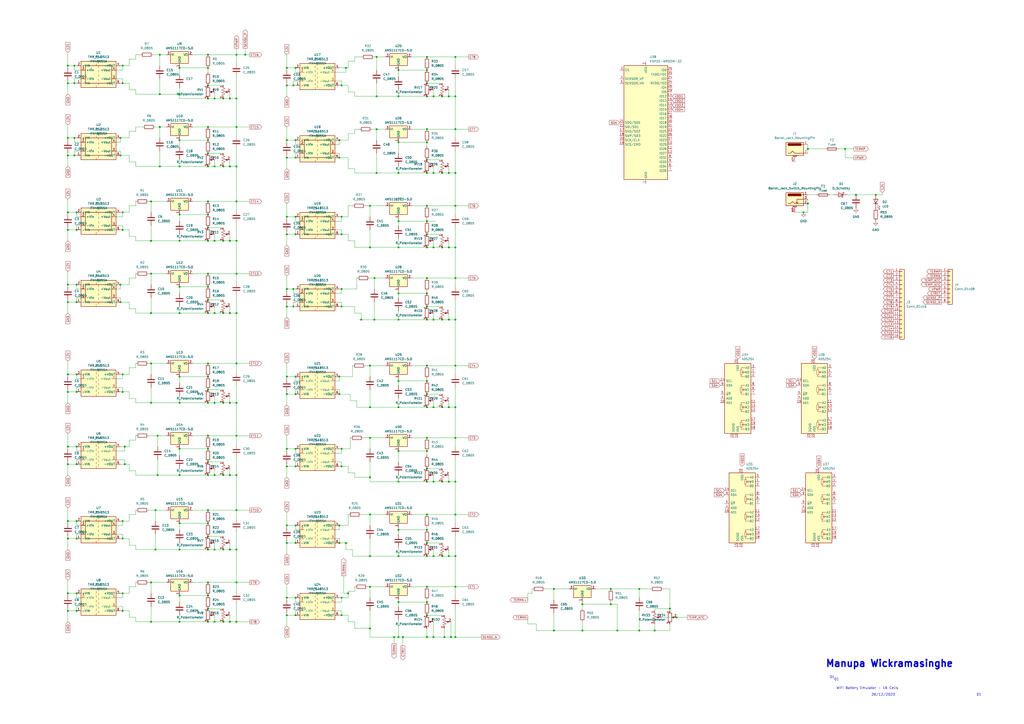
<source format=kicad_sch>
(kicad_sch (version 20230121) (generator eeschema)
  (paper "A2")
  (junction (at 388.62 353.06))
  (junction (at 44.45 123.19))
  (junction (at 43.18 48.26))
  (junction (at 166.37 270.51))
  (junction (at 214.63 236.22))
  (junction (at 43.18 80.01))
  (junction (at 120.65 88.9))
  (junction (at 120.65 295.91))
  (junction (at 264.16 279.4))
  (junction (at 321.31 365.76))
  (junction (at 264.16 340.36))
  (junction (at 171.45 304.8))
  (junction (at 120.65 267.97))
  (junction (at 251.46 185.42))
  (junction (at 39.37 38.1))
  (junction (at 120.65 31.75))
  (junction (at 104.14 166.37))
  (junction (at 120.65 81.28))
  (junction (at 120.65 116.84))
  (junction (at 247.65 40.64))
  (junction (at 256.54 322.58))
  (junction (at 39.37 344.17))
  (junction (at 129.54 57.15))
  (junction (at 264.16 119.38))
  (junction (at 87.63 158.75))
  (junction (at 247.65 220.98))
  (junction (at 260.35 322.58))
  (junction (at 44.45 227.33))
  (junction (at 214.63 254))
  (junction (at 260.35 185.42))
  (junction (at 39.37 123.19))
  (junction (at 251.46 322.58))
  (junction (at 247.65 369.57))
  (junction (at 71.12 302.26))
  (junction (at 171.45 270.51))
  (junction (at 256.54 55.88))
  (junction (at 466.09 123.19))
  (junction (at 198.12 135.89))
  (junction (at 104.14 139.7))
  (junction (at 231.14 143.51))
  (junction (at 44.45 259.08))
  (junction (at 124.46 139.7))
  (junction (at 120.65 218.44))
  (junction (at 392.43 358.14))
  (junction (at 264.16 322.58))
  (junction (at 214.63 276.86))
  (junction (at 198.12 356.87))
  (junction (at 490.22 86.36))
  (junction (at 166.37 135.89))
  (junction (at 71.12 344.17))
  (junction (at 217.17 161.29))
  (junction (at 171.45 125.73))
  (junction (at 171.45 346.71))
  (junction (at 87.63 139.7))
  (junction (at 251.46 369.57))
  (junction (at 321.31 341.63))
  (junction (at 104.14 181.61))
  (junction (at 247.65 307.34))
  (junction (at 247.65 212.09))
  (junction (at 166.37 356.87))
  (junction (at 137.16 337.82))
  (junction (at 104.14 96.52))
  (junction (at 260.35 279.4))
  (junction (at 247.65 100.33))
  (junction (at 92.71 73.66))
  (junction (at 247.65 340.36))
  (junction (at 198.12 49.53))
  (junction (at 196.85 314.96))
  (junction (at 231.14 307.34))
  (junction (at 508 113.03))
  (junction (at 133.35 181.61))
  (junction (at 260.35 143.51))
  (junction (at 133.35 318.77))
  (junction (at 251.46 100.33))
  (junction (at 39.37 80.01))
  (junction (at 44.45 312.42))
  (junction (at 44.45 133.35))
  (junction (at 124.46 57.15))
  (junction (at 92.71 54.61))
  (junction (at 231.14 369.57))
  (junction (at 69.85 175.26))
  (junction (at 198.12 125.73))
  (junction (at 171.45 135.89))
  (junction (at 44.45 354.33))
  (junction (at 39.37 312.42))
  (junction (at 92.71 96.52))
  (junction (at 120.65 132.08))
  (junction (at 247.65 82.55))
  (junction (at 120.65 260.35))
  (junction (at 90.17 318.77))
  (junction (at 71.12 133.35))
  (junction (at 91.44 252.73))
  (junction (at 256.54 143.51))
  (junction (at 256.54 279.4))
  (junction (at 337.82 365.76))
  (junction (at 87.63 181.61))
  (junction (at 214.63 298.45))
  (junction (at 231.14 185.42))
  (junction (at 120.65 353.06))
  (junction (at 104.14 218.44))
  (junction (at 124.46 360.68))
  (junction (at 218.44 74.93))
  (junction (at 247.65 356.87))
  (junction (at 133.35 57.15))
  (junction (at 71.12 354.33))
  (junction (at 44.45 175.26))
  (junction (at 129.54 181.61))
  (junction (at 39.37 175.26))
  (junction (at 124.46 318.77))
  (junction (at 247.65 55.88))
  (junction (at 120.65 57.15))
  (junction (at 218.44 33.02))
  (junction (at 247.65 322.58))
  (junction (at 214.63 322.58))
  (junction (at 72.39 259.08))
  (junction (at 124.46 233.68))
  (junction (at 198.12 270.51))
  (junction (at 200.66 314.96))
  (junction (at 137.16 31.75))
  (junction (at 71.12 217.17))
  (junction (at 261.62 369.57))
  (junction (at 468.63 118.11))
  (junction (at 166.37 81.28))
  (junction (at 120.65 39.37))
  (junction (at 120.65 124.46))
  (junction (at 198.12 260.35))
  (junction (at 166.37 177.8))
  (junction (at 39.37 259.08))
  (junction (at 247.65 170.18))
  (junction (at 196.85 304.8))
  (junction (at 218.44 55.88))
  (junction (at 129.54 318.77))
  (junction (at 247.65 161.29))
  (junction (at 129.54 139.7))
  (junction (at 214.63 119.38))
  (junction (at 137.16 360.68))
  (junction (at 87.63 337.82))
  (junction (at 231.14 279.4))
  (junction (at 87.63 360.68))
  (junction (at 137.16 57.15))
  (junction (at 214.63 143.51))
  (junction (at 120.65 49.53))
  (junction (at 170.18 167.64))
  (junction (at 71.12 227.33))
  (junction (at 39.37 302.26))
  (junction (at 104.14 54.61))
  (junction (at 337.82 350.52))
  (junction (at 264.16 74.93))
  (junction (at 251.46 236.22))
  (junction (at 247.65 92.71))
  (junction (at 170.18 49.53))
  (junction (at 133.35 233.68))
  (junction (at 120.65 233.68))
  (junction (at 137.16 295.91))
  (junction (at 129.54 96.52))
  (junction (at 69.85 80.01))
  (junction (at 264.16 55.88))
  (junction (at 124.46 181.61))
  (junction (at 256.54 185.42))
  (junction (at 92.71 31.75))
  (junction (at 247.65 177.8))
  (junction (at 171.45 356.87))
  (junction (at 251.46 143.51))
  (junction (at 260.35 55.88))
  (junction (at 72.39 269.24))
  (junction (at 217.17 185.42))
  (junction (at 196.85 218.44))
  (junction (at 379.73 365.76))
  (junction (at 264.16 236.22))
  (junction (at 264.16 254))
  (junction (at 247.65 33.02))
  (junction (at 129.54 233.68))
  (junction (at 218.44 100.33))
  (junction (at 120.65 303.53))
  (junction (at 198.12 346.71))
  (junction (at 104.14 233.68))
  (junction (at 247.65 48.26))
  (junction (at 264.16 369.57))
  (junction (at 44.45 302.26))
  (junction (at 166.37 125.73))
  (junction (at 264.16 143.51))
  (junction (at 87.63 116.84))
  (junction (at 43.18 38.1))
  (junction (at 44.45 165.1))
  (junction (at 171.45 91.44))
  (junction (at 166.37 49.53))
  (junction (at 120.65 252.73))
  (junction (at 39.37 90.17))
  (junction (at 166.37 260.35))
  (junction (at 124.46 275.59))
  (junction (at 214.63 340.36))
  (junction (at 171.45 314.96))
  (junction (at 120.65 311.15))
  (junction (at 214.63 364.49))
  (junction (at 104.14 124.46))
  (junction (at 120.65 318.77))
  (junction (at 137.16 158.75))
  (junction (at 247.65 298.45))
  (junction (at 120.65 345.44))
  (junction (at 171.45 228.6))
  (junction (at 104.14 39.37))
  (junction (at 257.81 369.57))
  (junction (at 166.37 39.37))
  (junction (at 196.85 81.28))
  (junction (at 247.65 271.78))
  (junction (at 137.16 139.7))
  (junction (at 166.37 218.44))
  (junction (at 247.65 128.27))
  (junction (at 354.33 350.52))
  (junction (at 71.12 312.42))
  (junction (at 39.37 48.26))
  (junction (at 120.65 158.75))
  (junction (at 196.85 228.6))
  (junction (at 370.84 341.63))
  (junction (at 133.35 275.59))
  (junction (at 104.14 318.77))
  (junction (at 247.65 349.25))
  (junction (at 87.63 210.82))
  (junction (at 247.65 143.51))
  (junction (at 69.85 165.1))
  (junction (at 166.37 346.71))
  (junction (at 170.18 177.8))
  (junction (at 71.12 48.26))
  (junction (at 247.65 314.96))
  (junction (at 166.37 304.8))
  (junction (at 200.66 39.37))
  (junction (at 91.44 275.59))
  (junction (at 198.12 177.8))
  (junction (at 228.6 369.57))
  (junction (at 137.16 116.84))
  (junction (at 247.65 236.22))
  (junction (at 44.45 217.17))
  (junction (at 260.35 236.22))
  (junction (at 137.16 252.73))
  (junction (at 120.65 166.37))
  (junction (at 39.37 133.35))
  (junction (at 124.46 96.52))
  (junction (at 104.14 81.28))
  (junction (at 137.16 275.59))
  (junction (at 133.35 360.68))
  (junction (at 104.14 275.59))
  (junction (at 209.55 185.42))
  (junction (at 120.65 96.52))
  (junction (at 142.24 31.75))
  (junction (at 87.63 233.68))
  (junction (at 231.14 170.18))
  (junction (at 264.16 161.29))
  (junction (at 247.65 74.93))
  (junction (at 39.37 269.24))
  (junction (at 129.54 360.68))
  (junction (at 247.65 185.42))
  (junction (at 247.65 119.38))
  (junction (at 251.46 279.4))
  (junction (at 171.45 39.37))
  (junction (at 247.65 254))
  (junction (at 247.65 135.89))
  (junction (at 133.35 139.7))
  (junction (at 166.37 228.6))
  (junction (at 247.65 261.62))
  (junction (at 233.68 369.57))
  (junction (at 39.37 227.33))
  (junction (at 256.54 100.33))
  (junction (at 196.85 91.44))
  (junction (at 137.16 73.66))
  (junction (at 247.65 228.6))
  (junction (at 201.93 344.17))
  (junction (at 120.65 139.7))
  (junction (at 120.65 337.82))
  (junction (at 370.84 365.76))
  (junction (at 39.37 217.17))
  (junction (at 231.14 40.64))
  (junction (at 198.12 167.64))
  (junction (at 231.14 349.25))
  (junction (at 231.14 55.88))
  (junction (at 120.65 73.66))
  (junction (at 120.65 226.06))
  (junction (at 120.65 360.68))
  (junction (at 264.16 100.33))
  (junction (at 247.65 279.4))
  (junction (at 43.18 90.17))
  (junction (at 137.16 210.82))
  (junction (at 90.17 295.91))
  (junction (at 264.16 298.45))
  (junction (at 69.85 90.17))
  (junction (at 104.14 345.44))
  (junction (at 39.37 165.1))
  (junction (at 129.54 275.59))
  (junction (at 104.14 260.35))
  (junction (at 171.45 260.35))
  (junction (at 137.16 96.52))
  (junction (at 166.37 91.44))
  (junction (at 231.14 322.58))
  (junction (at 231.14 100.33))
  (junction (at 260.35 100.33))
  (junction (at 166.37 314.96))
  (junction (at 264.16 185.42))
  (junction (at 231.14 236.22))
  (junction (at 120.65 275.59))
  (junction (at 231.14 220.98))
  (junction (at 231.14 261.62))
  (junction (at 133.35 96.52))
  (junction (at 171.45 218.44))
  (junction (at 104.14 360.68))
  (junction (at 354.33 341.63))
  (junction (at 231.14 128.27))
  (junction (at 251.46 55.88))
  (junction (at 231.14 82.55))
  (junction (at 496.57 113.03))
  (junction (at 137.16 181.61))
  (junction (at 264.16 212.09))
  (junction (at 137.16 233.68))
  (junction (at 44.45 344.17))
  (junction (at 166.37 167.64))
  (junction (at 71.12 123.19))
  (junction (at 120.65 210.82))
  (junction (at 214.63 212.09))
  (junction (at 120.65 181.61))
  (junction (at 120.65 173.99))
  (junction (at 71.12 38.1))
  (junction (at 44.45 269.24))
  (junction (at 137.16 318.77))
  (junction (at 39.37 354.33))
  (junction (at 358.14 365.76))
  (junction (at 468.63 86.36))
  (junction (at 256.54 236.22))
  (junction (at 171.45 81.28))
  (junction (at 104.14 303.53))
  (junction (at 264.16 33.02))
  (wire (pts (xy 171.45 133.35) (xy 171.45 135.89)))
  (wire (pts (xy 170.18 46.99) (xy 170.18 49.53)))
  (wire (pts (xy 43.18 90.17) (xy 44.45 90.17)))
  (wire (pts (xy 171.45 83.82) (xy 171.45 81.28)))
  (wire (pts (xy 78.74 275.59) (xy 91.44 275.59)))
  (wire (pts (xy 120.65 260.35) (xy 104.14 260.35)))
  (wire (pts (xy 166.37 228.6) (xy 166.37 227.33)))
  (wire (pts (xy 104.14 314.96) (xy 104.14 318.77)))
  (wire (pts (xy 78.74 273.05) (xy 78.74 275.59)))
  (wire (pts (xy 217.17 161.29) (xy 223.52 161.29)))
  (wire (pts (xy 231.14 307.34) (xy 247.65 307.34)))
  (wire (pts (xy 196.85 226.06) (xy 196.85 228.6)))
  (wire (pts (xy 231.14 279.4) (xy 247.65 279.4)))
  (wire (pts (xy 166.37 177.8) (xy 166.37 176.53)))
  (wire (pts (xy 264.16 279.4) (xy 264.16 298.45)))
  (wire (pts (xy 39.37 181.61) (xy 39.37 175.26)))
  (wire (pts (xy 142.24 27.94) (xy 142.24 31.75)))
  (wire (pts (xy 124.46 275.59) (xy 129.54 275.59)))
  (wire (pts (xy 388.62 341.63) (xy 388.62 353.06)))
  (wire (pts (xy 264.16 212.09) (xy 271.78 212.09)))
  (wire (pts (xy 71.12 217.17) (xy 74.93 217.17)))
  (wire (pts (xy 44.45 219.71) (xy 44.45 217.17)))
  (wire (pts (xy 247.65 74.93) (xy 264.16 74.93)))
  (wire (pts (xy 74.93 255.27) (xy 78.74 255.27)))
  (wire (pts (xy 104.14 303.53) (xy 104.14 307.34)))
  (wire (pts (xy 137.16 308.61) (xy 137.16 318.77)))
  (wire (pts (xy 247.65 161.29) (xy 264.16 161.29)))
  (wire (pts (xy 264.16 119.38) (xy 271.78 119.38)))
  (wire (pts (xy 120.65 96.52) (xy 124.46 96.52)))
  (wire (pts (xy 39.37 96.52) (xy 39.37 90.17)))
  (wire (pts (xy 231.14 236.22) (xy 247.65 236.22)))
  (wire (pts (xy 39.37 354.33) (xy 44.45 354.33)))
  (wire (pts (xy 90.17 295.91) (xy 96.52 295.91)))
  (wire (pts (xy 120.65 39.37) (xy 104.14 39.37)))
  (wire (pts (xy 496.57 113.03) (xy 508 113.03)))
  (wire (pts (xy 120.65 345.44) (xy 104.14 345.44)))
  (wire (pts (xy 104.14 81.28) (xy 104.14 85.09)))
  (wire (pts (xy 39.37 269.24) (xy 44.45 269.24)))
  (wire (pts (xy 78.74 76.2) (xy 78.74 73.66)))
  (wire (pts (xy 238.76 298.45) (xy 247.65 298.45)))
  (wire (pts (xy 198.12 349.25) (xy 198.12 346.71)))
  (wire (pts (xy 43.18 45.72) (xy 43.18 48.26)))
  (wire (pts (xy 196.85 314.96) (xy 200.66 314.96)))
  (wire (pts (xy 212.09 212.09) (xy 214.63 212.09)))
  (wire (pts (xy 166.37 261.62) (xy 166.37 260.35)))
  (wire (pts (xy 111.76 116.84) (xy 120.65 116.84)))
  (wire (pts (xy 228.6 369.57) (xy 228.6 373.38)))
  (wire (pts (xy 201.93 344.17) (xy 201.93 342.9)))
  (wire (pts (xy 124.46 53.34) (xy 124.46 57.15)))
  (wire (pts (xy 74.93 316.23) (xy 78.74 316.23)))
  (wire (pts (xy 194.31 354.33) (xy 198.12 354.33)))
  (wire (pts (xy 166.37 304.8) (xy 166.37 297.18)))
  (wire (pts (xy 166.37 91.44) (xy 171.45 91.44)))
  (wire (pts (xy 44.45 351.79) (xy 44.45 354.33)))
  (wire (pts (xy 247.65 48.26) (xy 256.54 48.26)))
  (wire (pts (xy 72.39 269.24) (xy 74.93 269.24)))
  (wire (pts (xy 39.37 38.1) (xy 39.37 30.48)))
  (wire (pts (xy 238.76 119.38) (xy 247.65 119.38)))
  (wire (pts (xy 39.37 302.26) (xy 44.45 302.26)))
  (wire (pts (xy 67.31 224.79) (xy 71.12 224.79)))
  (wire (pts (xy 200.66 314.96) (xy 200.66 318.77)))
  (wire (pts (xy 120.65 88.9) (xy 129.54 88.9)))
  (wire (pts (xy 46.99 309.88) (xy 44.45 309.88)))
  (wire (pts (xy 260.35 275.59) (xy 260.35 279.4)))
  (wire (pts (xy 170.18 170.18) (xy 170.18 167.64)))
  (wire (pts (xy 86.36 210.82) (xy 87.63 210.82)))
  (wire (pts (xy 39.37 259.08) (xy 39.37 251.46)))
  (wire (pts (xy 124.46 57.15) (xy 129.54 57.15)))
  (wire (pts (xy 92.71 73.66) (xy 96.52 73.66)))
  (wire (pts (xy 88.9 31.75) (xy 92.71 31.75)))
  (wire (pts (xy 264.16 217.17) (xy 264.16 212.09)))
  (wire (pts (xy 87.63 360.68) (xy 104.14 360.68)))
  (wire (pts (xy 173.99 220.98) (xy 171.45 220.98)))
  (wire (pts (xy 166.37 49.53) (xy 166.37 48.26)))
  (wire (pts (xy 74.93 354.33) (xy 74.93 358.14)))
  (wire (pts (xy 231.14 128.27) (xy 231.14 130.81)))
  (wire (pts (xy 194.31 83.82) (xy 196.85 83.82)))
  (wire (pts (xy 120.65 210.82) (xy 137.16 210.82)))
  (wire (pts (xy 124.46 135.89) (xy 124.46 139.7)))
  (wire (pts (xy 247.65 369.57) (xy 247.65 364.49)))
  (wire (pts (xy 69.85 217.17) (xy 71.12 217.17)))
  (wire (pts (xy 196.85 39.37) (xy 200.66 39.37)))
  (wire (pts (xy 171.45 220.98) (xy 171.45 218.44)))
  (wire (pts (xy 173.99 83.82) (xy 171.45 83.82)))
  (wire (pts (xy 238.76 33.02) (xy 247.65 33.02)))
  (wire (pts (xy 171.45 312.42) (xy 171.45 314.96)))
  (wire (pts (xy 137.16 86.36) (xy 137.16 96.52)))
  (wire (pts (xy 137.16 129.54) (xy 137.16 139.7)))
  (wire (pts (xy 137.16 360.68) (xy 144.78 360.68)))
  (wire (pts (xy 194.31 220.98) (xy 196.85 220.98)))
  (wire (pts (xy 379.73 353.06) (xy 388.62 353.06)))
  (wire (pts (xy 67.31 87.63) (xy 69.85 87.63)))
  (wire (pts (xy 228.6 369.57) (xy 231.14 369.57)))
  (wire (pts (xy 39.37 345.44) (xy 39.37 344.17)))
  (wire (pts (xy 261.62 369.57) (xy 264.16 369.57)))
  (wire (pts (xy 194.31 170.18) (xy 198.12 170.18)))
  (wire (pts (xy 196.85 88.9) (xy 196.85 91.44)))
  (wire (pts (xy 72.39 261.62) (xy 72.39 259.08)))
  (wire (pts (xy 264.16 298.45) (xy 271.78 298.45)))
  (wire (pts (xy 196.85 260.35) (xy 198.12 260.35)))
  (wire (pts (xy 166.37 260.35) (xy 171.45 260.35)))
  (wire (pts (xy 264.16 45.72) (xy 264.16 55.88)))
  (wire (pts (xy 166.37 167.64) (xy 170.18 167.64)))
  (wire (pts (xy 264.16 143.51) (xy 264.16 161.29)))
  (wire (pts (xy 204.47 119.38) (xy 201.93 119.38)))
  (wire (pts (xy 214.63 267.97) (xy 214.63 276.86)))
  (wire (pts (xy 196.85 167.64) (xy 198.12 167.64)))
  (wire (pts (xy 90.17 73.66) (xy 92.71 73.66)))
  (wire (pts (xy 257.81 364.49) (xy 257.81 369.57)))
  (wire (pts (xy 39.37 48.26) (xy 43.18 48.26)))
  (wire (pts (xy 354.33 341.63) (xy 370.84 341.63)))
  (wire (pts (xy 104.14 57.15) (xy 104.14 54.61)))
  (wire (pts (xy 171.45 267.97) (xy 171.45 270.51)))
  (wire (pts (xy 247.65 92.71) (xy 256.54 92.71)))
  (wire (pts (xy 251.46 360.68) (xy 251.46 369.57)))
  (wire (pts (xy 170.18 177.8) (xy 171.45 177.8)))
  (wire (pts (xy 92.71 73.66) (xy 92.71 80.01)))
  (wire (pts (xy 214.63 212.09) (xy 223.52 212.09)))
  (wire (pts (xy 218.44 100.33) (xy 231.14 100.33)))
  (wire (pts (xy 231.14 100.33) (xy 247.65 100.33)))
  (wire (pts (xy 247.65 135.89) (xy 256.54 135.89)))
  (wire (pts (xy 39.37 269.24) (xy 39.37 267.97)))
  (wire (pts (xy 196.85 356.87) (xy 198.12 356.87)))
  (wire (pts (xy 231.14 349.25) (xy 231.14 351.79)))
  (wire (pts (xy 69.85 90.17) (xy 74.93 90.17)))
  (wire (pts (xy 78.74 73.66) (xy 82.55 73.66)))
  (wire (pts (xy 71.12 130.81) (xy 71.12 133.35)))
  (wire (pts (xy 71.12 38.1) (xy 74.93 38.1)))
  (wire (pts (xy 90.17 295.91) (xy 90.17 302.26)))
  (wire (pts (xy 261.62 360.68) (xy 261.62 369.57)))
  (wire (pts (xy 201.93 119.38) (xy 201.93 125.73)))
  (wire (pts (xy 137.16 342.9) (xy 137.16 337.82)))
  (wire (pts (xy 198.12 125.73) (xy 201.93 125.73)))
  (wire (pts (xy 104.14 139.7) (xy 120.65 139.7)))
  (wire (pts (xy 78.74 358.14) (xy 78.74 360.68)))
  (wire (pts (xy 111.76 73.66) (xy 120.65 73.66)))
  (wire (pts (xy 74.93 80.01) (xy 74.93 76.2)))
  (wire (pts (xy 198.12 260.35) (xy 203.2 260.35)))
  (wire (pts (xy 74.93 217.17) (xy 74.93 213.36)))
  (wire (pts (xy 120.65 57.15) (xy 124.46 57.15)))
  (wire (pts (xy 104.14 177.8) (xy 104.14 181.61)))
  (wire (pts (xy 213.36 340.36) (xy 214.63 340.36)))
  (wire (pts (xy 74.93 344.17) (xy 74.93 340.36)))
  (wire (pts (xy 120.65 303.53) (xy 104.14 303.53)))
  (wire (pts (xy 194.31 226.06) (xy 196.85 226.06)))
  (wire (pts (xy 92.71 45.72) (xy 92.71 54.61)))
  (wire (pts (xy 120.65 49.53) (xy 129.54 49.53)))
  (wire (pts (xy 231.14 128.27) (xy 231.14 127)))
  (wire (pts (xy 39.37 80.01) (xy 43.18 80.01)))
  (wire (pts (xy 69.85 175.26) (xy 74.93 175.26)))
  (wire (pts (xy 233.68 369.57) (xy 247.65 369.57)))
  (wire (pts (xy 78.74 93.98) (xy 78.74 96.52)))
  (wire (pts (xy 256.54 143.51) (xy 260.35 143.51)))
  (wire (pts (xy 214.63 369.57) (xy 214.63 364.49)))
  (wire (pts (xy 173.99 170.18) (xy 170.18 170.18)))
  (wire (pts (xy 133.35 318.77) (xy 137.16 318.77)))
  (wire (pts (xy 200.66 41.91) (xy 200.66 39.37)))
  (wire (pts (xy 247.65 55.88) (xy 251.46 55.88)))
  (wire (pts (xy 74.93 340.36) (xy 78.74 340.36)))
  (wire (pts (xy 69.85 354.33) (xy 71.12 354.33)))
  (wire (pts (xy 198.12 128.27) (xy 198.12 125.73)))
  (wire (pts (xy 247.65 298.45) (xy 264.16 298.45)))
  (wire (pts (xy 69.85 172.72) (xy 69.85 175.26)))
  (wire (pts (xy 468.63 86.36) (xy 478.79 86.36)))
  (wire (pts (xy 166.37 306.07) (xy 166.37 304.8)))
  (wire (pts (xy 251.46 181.61) (xy 251.46 185.42)))
  (wire (pts (xy 198.12 49.53) (xy 201.93 49.53)))
  (wire (pts (xy 264.16 100.33) (xy 264.16 119.38)))
  (wire (pts (xy 166.37 55.88) (xy 166.37 49.53)))
  (wire (pts (xy 203.2 254) (xy 203.2 260.35)))
  (wire (pts (xy 137.16 116.84) (xy 144.78 116.84)))
  (wire (pts (xy 200.66 318.77) (xy 204.47 318.77)))
  (wire (pts (xy 133.35 360.68) (xy 137.16 360.68)))
  (wire (pts (xy 104.14 360.68) (xy 120.65 360.68)))
  (wire (pts (xy 264.16 132.08) (xy 264.16 143.51)))
  (wire (pts (xy 251.46 52.07) (xy 251.46 55.88)))
  (wire (pts (xy 137.16 27.94) (xy 137.16 31.75)))
  (wire (pts (xy 104.14 50.8) (xy 104.14 54.61)))
  (wire (pts (xy 90.17 309.88) (xy 90.17 318.77)))
  (wire (pts (xy 87.63 158.75) (xy 96.52 158.75)))
  (wire (pts (xy 198.12 177.8) (xy 205.74 177.8)))
  (wire (pts (xy 201.93 91.44) (xy 201.93 97.79)))
  (wire (pts (xy 388.62 365.76) (xy 379.73 365.76)))
  (wire (pts (xy 120.65 124.46) (xy 104.14 124.46)))
  (wire (pts (xy 201.93 346.71) (xy 201.93 344.17)))
  (wire (pts (xy 205.74 181.61) (xy 209.55 181.61)))
  (wire (pts (xy 264.16 161.29) (xy 271.78 161.29)))
  (wire (pts (xy 256.54 236.22) (xy 260.35 236.22)))
  (wire (pts (xy 321.31 341.63) (xy 330.2 341.63)))
  (wire (pts (xy 205.74 53.34) (xy 205.74 55.88)))
  (wire (pts (xy 171.45 226.06) (xy 171.45 228.6)))
  (wire (pts (xy 104.14 135.89) (xy 104.14 139.7)))
  (wire (pts (xy 39.37 175.26) (xy 39.37 173.99)))
  (wire (pts (xy 264.16 345.44) (xy 264.16 340.36)))
  (wire (pts (xy 129.54 181.61) (xy 133.35 181.61)))
  (wire (pts (xy 201.93 39.37) (xy 201.93 35.56)))
  (wire (pts (xy 247.65 40.64) (xy 231.14 40.64)))
  (wire (pts (xy 129.54 96.52) (xy 133.35 96.52)))
  (wire (pts (xy 111.76 31.75) (xy 120.65 31.75)))
  (wire (pts (xy 260.35 55.88) (xy 264.16 55.88)))
  (wire (pts (xy 137.16 318.77) (xy 137.16 337.82)))
  (wire (pts (xy 306.07 358.14) (xy 306.07 361.95)))
  (wire (pts (xy 137.16 300.99) (xy 137.16 295.91)))
  (wire (pts (xy 196.85 177.8) (xy 198.12 177.8)))
  (wire (pts (xy 90.17 318.77) (xy 104.14 318.77)))
  (wire (pts (xy 137.16 163.83) (xy 137.16 158.75)))
  (wire (pts (xy 133.35 229.87) (xy 133.35 233.68)))
  (wire (pts (xy 133.35 53.34) (xy 133.35 57.15)))
  (wire (pts (xy 44.45 130.81) (xy 44.45 133.35)))
  (wire (pts (xy 196.85 307.34) (xy 196.85 304.8)))
  (wire (pts (xy 137.16 36.83) (xy 137.16 31.75)))
  (wire (pts (xy 133.35 271.78) (xy 133.35 275.59)))
  (wire (pts (xy 133.35 181.61) (xy 137.16 181.61)))
  (wire (pts (xy 87.63 139.7) (xy 104.14 139.7)))
  (wire (pts (xy 74.93 273.05) (xy 78.74 273.05)))
  (wire (pts (xy 218.44 88.9) (xy 218.44 100.33)))
  (wire (pts (xy 71.12 312.42) (xy 74.93 312.42)))
  (wire (pts (xy 466.09 123.19) (xy 468.63 123.19)))
  (wire (pts (xy 92.71 96.52) (xy 104.14 96.52)))
  (wire (pts (xy 201.93 53.34) (xy 205.74 53.34)))
  (wire (pts (xy 166.37 168.91) (xy 166.37 167.64)))
  (wire (pts (xy 166.37 91.44) (xy 166.37 90.17)))
  (wire (pts (xy 74.93 119.38) (xy 78.74 119.38)))
  (wire (pts (xy 166.37 81.28) (xy 166.37 73.66)))
  (wire (pts (xy 39.37 227.33) (xy 39.37 226.06)))
  (wire (pts (xy 205.74 274.32) (xy 205.74 276.86)))
  (wire (pts (xy 91.44 275.59) (xy 104.14 275.59)))
  (wire (pts (xy 129.54 360.68) (xy 133.35 360.68)))
  (wire (pts (xy 251.46 275.59) (xy 251.46 279.4)))
  (wire (pts (xy 124.46 181.61) (xy 129.54 181.61)))
  (wire (pts (xy 78.74 96.52) (xy 92.71 96.52)))
  (wire (pts (xy 231.14 220.98) (xy 247.65 220.98)))
  (wire (pts (xy 198.12 356.87) (xy 201.93 356.87)))
  (wire (pts (xy 71.12 302.26) (xy 71.12 304.8)))
  (wire (pts (xy 44.45 266.7) (xy 44.45 269.24)))
  (wire (pts (xy 133.35 275.59) (xy 137.16 275.59)))
  (wire (pts (xy 218.44 48.26) (xy 218.44 55.88)))
  (wire (pts (xy 247.65 261.62) (xy 231.14 261.62)))
  (wire (pts (xy 39.37 90.17) (xy 43.18 90.17)))
  (wire (pts (xy 247.65 228.6) (xy 256.54 228.6)))
  (wire (pts (xy 39.37 124.46) (xy 39.37 123.19)))
  (wire (pts (xy 166.37 218.44) (xy 166.37 210.82)))
  (wire (pts (xy 247.65 236.22) (xy 251.46 236.22)))
  (wire (pts (xy 173.99 312.42) (xy 171.45 312.42)))
  (wire (pts (xy 69.85 259.08) (xy 72.39 259.08)))
  (wire (pts (xy 486.41 86.36) (xy 490.22 86.36)))
  (wire (pts (xy 251.46 55.88) (xy 256.54 55.88)))
  (wire (pts (xy 196.85 49.53) (xy 198.12 49.53)))
  (wire (pts (xy 264.16 369.57) (xy 279.4 369.57)))
  (wire (pts (xy 74.93 179.07) (xy 78.74 179.07)))
  (wire (pts (xy 39.37 344.17) (xy 39.37 336.55)))
  (wire (pts (xy 468.63 113.03) (xy 473.71 113.03)))
  (wire (pts (xy 46.99 346.71) (xy 44.45 346.71)))
  (wire (pts (xy 321.31 341.63) (xy 321.31 347.98)))
  (wire (pts (xy 260.35 318.77) (xy 260.35 322.58)))
  (wire (pts (xy 137.16 158.75) (xy 144.78 158.75)))
  (wire (pts (xy 247.65 340.36) (xy 264.16 340.36)))
  (wire (pts (xy 196.85 314.96) (xy 196.85 312.42)))
  (wire (pts (xy 71.12 123.19) (xy 74.93 123.19)))
  (wire (pts (xy 120.65 73.66) (xy 137.16 73.66)))
  (wire (pts (xy 166.37 270.51) (xy 166.37 269.24)))
  (wire (pts (xy 104.14 345.44) (xy 104.14 349.25)))
  (wire (pts (xy 238.76 74.93) (xy 247.65 74.93)))
  (wire (pts (xy 87.63 210.82) (xy 96.52 210.82)))
  (wire (pts (xy 260.35 279.4) (xy 264.16 279.4)))
  (wire (pts (xy 194.31 88.9) (xy 196.85 88.9)))
  (wire (pts (xy 137.16 139.7) (xy 137.16 158.75)))
  (wire (pts (xy 44.45 224.79) (xy 44.45 227.33)))
  (wire (pts (xy 69.85 167.64) (xy 69.85 165.1)))
  (wire (pts (xy 87.63 233.68) (xy 104.14 233.68)))
  (wire (pts (xy 39.37 166.37) (xy 39.37 165.1)))
  (wire (pts (xy 214.63 279.4) (xy 214.63 276.86)))
  (wire (pts (xy 67.31 351.79) (xy 71.12 351.79)))
  (wire (pts (xy 204.47 212.09) (xy 204.47 218.44)))
  (wire (pts (xy 78.74 360.68) (xy 87.63 360.68)))
  (wire (pts (xy 209.55 185.42) (xy 217.17 185.42)))
  (wire (pts (xy 247.65 314.96) (xy 256.54 314.96)))
  (wire (pts (xy 46.99 82.55) (xy 43.18 82.55)))
  (wire (pts (xy 238.76 340.36) (xy 247.65 340.36)))
  (wire (pts (xy 39.37 90.17) (xy 39.37 88.9)))
  (wire (pts (xy 120.65 218.44) (xy 104.14 218.44)))
  (wire (pts (xy 201.93 81.28) (xy 201.93 77.47)))
  (wire (pts (xy 71.12 351.79) (xy 71.12 354.33)))
  (wire (pts (xy 124.46 229.87) (xy 124.46 233.68)))
  (wire (pts (xy 71.12 133.35) (xy 74.93 133.35)))
  (wire (pts (xy 171.45 307.34) (xy 171.45 304.8)))
  (wire (pts (xy 120.65 275.59) (xy 124.46 275.59)))
  (wire (pts (xy 44.45 172.72) (xy 44.45 175.26)))
  (wire (pts (xy 260.35 232.41) (xy 260.35 236.22)))
  (wire (pts (xy 69.85 80.01) (xy 74.93 80.01)))
  (wire (pts (xy 247.65 254) (xy 264.16 254)))
  (wire (pts (xy 67.31 219.71) (xy 71.12 219.71)))
  (wire (pts (xy 217.17 185.42) (xy 231.14 185.42)))
  (wire (pts (xy 67.31 346.71) (xy 71.12 346.71)))
  (wire (pts (xy 247.65 349.25) (xy 247.65 347.98)))
  (wire (pts (xy 264.16 311.15) (xy 264.16 322.58)))
  (wire (pts (xy 104.14 92.71) (xy 104.14 96.52)))
  (wire (pts (xy 231.14 322.58) (xy 247.65 322.58)))
  (wire (pts (xy 247.65 143.51) (xy 251.46 143.51)))
  (wire (pts (xy 91.44 266.7) (xy 91.44 275.59)))
  (wire (pts (xy 69.85 344.17) (xy 71.12 344.17)))
  (wire (pts (xy 120.65 295.91) (xy 137.16 295.91)))
  (wire (pts (xy 46.99 172.72) (xy 44.45 172.72)))
  (wire (pts (xy 71.12 40.64) (xy 71.12 38.1)))
  (wire (pts (xy 215.9 74.93) (xy 218.44 74.93)))
  (wire (pts (xy 120.65 267.97) (xy 129.54 267.97)))
  (wire (pts (xy 74.93 34.29) (xy 78.74 34.29)))
  (wire (pts (xy 194.31 41.91) (xy 200.66 41.91)))
  (wire (pts (xy 74.93 133.35) (xy 74.93 137.16)))
  (wire (pts (xy 247.65 220.98) (xy 247.65 219.71)))
  (wire (pts (xy 133.35 96.52) (xy 137.16 96.52)))
  (wire (pts (xy 74.93 137.16) (xy 78.74 137.16)))
  (wire (pts (xy 207.01 161.29) (xy 207.01 167.64)))
  (wire (pts (xy 166.37 356.87) (xy 171.45 356.87)))
  (wire (pts (xy 91.44 252.73) (xy 91.44 259.08)))
  (wire (pts (xy 264.16 266.7) (xy 264.16 279.4)))
  (wire (pts (xy 46.99 351.79) (xy 44.45 351.79)))
  (wire (pts (xy 204.47 318.77) (xy 204.47 322.58)))
  (wire (pts (xy 194.31 312.42) (xy 196.85 312.42)))
  (wire (pts (xy 238.76 212.09) (xy 247.65 212.09)))
  (wire (pts (xy 231.14 52.07) (xy 231.14 55.88)))
  (wire (pts (xy 104.14 260.35) (xy 104.14 264.16)))
  (wire (pts (xy 78.74 213.36) (xy 78.74 210.82)))
  (wire (pts (xy 214.63 312.42) (xy 214.63 322.58)))
  (wire (pts (xy 264.16 87.63) (xy 264.16 100.33)))
  (wire (pts (xy 78.74 31.75) (xy 81.28 31.75)))
  (wire (pts (xy 214.63 279.4) (xy 231.14 279.4)))
  (wire (pts (xy 205.74 143.51) (xy 214.63 143.51)))
  (wire (pts (xy 133.35 314.96) (xy 133.35 318.77)))
  (wire (pts (xy 74.93 358.14) (xy 78.74 358.14)))
  (wire (pts (xy 231.14 261.62) (xy 231.14 267.97)))
  (wire (pts (xy 264.16 353.06) (xy 264.16 369.57)))
  (wire (pts (xy 194.31 46.99) (xy 198.12 46.99)))
  (wire (pts (xy 39.37 354.33) (xy 39.37 353.06)))
  (wire (pts (xy 196.85 135.89) (xy 198.12 135.89)))
  (wire (pts (xy 171.45 262.89) (xy 171.45 260.35)))
  (wire (pts (xy 209.55 298.45) (xy 214.63 298.45)))
  (wire (pts (xy 120.65 173.99) (xy 129.54 173.99)))
  (wire (pts (xy 137.16 337.82) (xy 144.78 337.82)))
  (wire (pts (xy 46.99 125.73) (xy 44.45 125.73)))
  (wire (pts (xy 247.65 279.4) (xy 251.46 279.4)))
  (wire (pts (xy 104.14 96.52) (xy 120.65 96.52)))
  (wire (pts (xy 71.12 309.88) (xy 71.12 312.42)))
  (wire (pts (xy 91.44 252.73) (xy 96.52 252.73)))
  (wire (pts (xy 129.54 57.15) (xy 133.35 57.15)))
  (wire (pts (xy 166.37 39.37) (xy 171.45 39.37)))
  (wire (pts (xy 67.31 125.73) (xy 71.12 125.73)))
  (wire (pts (xy 214.63 322.58) (xy 231.14 322.58)))
  (wire (pts (xy 74.93 93.98) (xy 78.74 93.98)))
  (wire (pts (xy 251.46 100.33) (xy 256.54 100.33)))
  (wire (pts (xy 379.73 365.76) (xy 370.84 365.76)))
  (wire (pts (xy 166.37 97.79) (xy 166.37 91.44)))
  (wire (pts (xy 137.16 171.45) (xy 137.16 181.61)))
  (wire (pts (xy 201.93 49.53) (xy 201.93 53.34)))
  (wire (pts (xy 231.14 170.18) (xy 247.65 170.18)))
  (wire (pts (xy 247.65 271.78) (xy 256.54 271.78)))
  (wire (pts (xy 129.54 233.68) (xy 133.35 233.68)))
  (wire (pts (xy 173.99 226.06) (xy 171.45 226.06)))
  (wire (pts (xy 388.62 365.76) (xy 388.62 361.95)))
  (wire (pts (xy 490.22 91.44) (xy 490.22 86.36)))
  (wire (pts (xy 120.65 226.06) (xy 129.54 226.06)))
  (wire (pts (xy 120.65 360.68) (xy 124.46 360.68)))
  (wire (pts (xy 201.93 342.9) (xy 205.74 342.9)))
  (wire (pts (xy 87.63 351.79) (xy 87.63 360.68)))
  (wire (pts (xy 69.85 269.24) (xy 72.39 269.24)))
  (wire (pts (xy 214.63 298.45) (xy 223.52 298.45)))
  (wire (pts (xy 43.18 40.64) (xy 43.18 38.1)))
  (wire (pts (xy 358.14 350.52) (xy 354.33 350.52)))
  (wire (pts (xy 69.85 133.35) (xy 71.12 133.35)))
  (wire (pts (xy 198.12 135.89) (xy 201.93 135.89)))
  (wire (pts (xy 72.39 259.08) (xy 74.93 259.08)))
  (wire (pts (xy 173.99 41.91) (xy 171.45 41.91)))
  (wire (pts (xy 196.85 304.8) (xy 201.93 304.8)))
  (wire (pts (xy 104.14 166.37) (xy 104.14 170.18)))
  (wire (pts (xy 166.37 82.55) (xy 166.37 81.28)))
  (wire (pts (xy 39.37 217.17) (xy 39.37 209.55)))
  (wire (pts (xy 264.16 340.36) (xy 271.78 340.36)))
  (wire (pts (xy 264.16 124.46) (xy 264.16 119.38)))
  (wire (pts (xy 198.12 270.51) (xy 201.93 270.51)))
  (wire (pts (xy 39.37 48.26) (xy 39.37 46.99)))
  (wire (pts (xy 67.31 309.88) (xy 71.12 309.88)))
  (wire (pts (xy 201.93 274.32) (xy 205.74 274.32)))
  (wire (pts (xy 74.93 231.14) (xy 78.74 231.14)))
  (wire (pts (xy 137.16 44.45) (xy 137.16 57.15)))
  (wire (pts (xy 166.37 228.6) (xy 171.45 228.6)))
  (wire (pts (xy 46.99 304.8) (xy 44.45 304.8)))
  (wire (pts (xy 345.44 341.63) (xy 354.33 341.63)))
  (wire (pts (xy 39.37 227.33) (xy 44.45 227.33)))
  (wire (pts (xy 231.14 307.34) (xy 231.14 309.88)))
  (wire (pts (xy 46.99 266.7) (xy 44.45 266.7)))
  (wire (pts (xy 43.18 80.01) (xy 44.45 80.01)))
  (wire (pts (xy 71.12 48.26) (xy 74.93 48.26)))
  (wire (pts (xy 44.45 304.8) (xy 44.45 302.26)))
  (wire (pts (xy 92.71 31.75) (xy 96.52 31.75)))
  (wire (pts (xy 74.93 76.2) (xy 78.74 76.2)))
  (wire (pts (xy 71.12 344.17) (xy 74.93 344.17)))
  (wire (pts (xy 71.12 217.17) (xy 71.12 219.71)))
  (wire (pts (xy 111.76 337.82) (xy 120.65 337.82)))
  (wire (pts (xy 43.18 38.1) (xy 44.45 38.1)))
  (wire (pts (xy 264.16 303.53) (xy 264.16 298.45)))
  (wire (pts (xy 251.46 318.77) (xy 251.46 322.58)))
  (wire (pts (xy 247.65 128.27) (xy 247.65 127)))
  (wire (pts (xy 198.12 262.89) (xy 198.12 260.35)))
  (wire (pts (xy 194.31 175.26) (xy 198.12 175.26)))
  (wire (pts (xy 104.14 57.15) (xy 120.65 57.15)))
  (wire (pts (xy 137.16 181.61) (xy 137.16 210.82)))
  (wire (pts (xy 137.16 73.66) (xy 144.78 73.66)))
  (wire (pts (xy 124.46 139.7) (xy 129.54 139.7)))
  (wire (pts (xy 67.31 130.81) (xy 71.12 130.81)))
  (wire (pts (xy 201.93 270.51) (xy 201.93 274.32)))
  (wire (pts (xy 196.85 346.71) (xy 198.12 346.71)))
  (wire (pts (xy 231.14 359.41) (xy 231.14 369.57)))
  (wire (pts (xy 92.71 87.63) (xy 92.71 96.52)))
  (wire (pts (xy 337.82 350.52) (xy 354.33 350.52)))
  (wire (pts (xy 137.16 215.9) (xy 137.16 210.82)))
  (wire (pts (xy 71.12 354.33) (xy 74.93 354.33)))
  (wire (pts (xy 104.14 356.87) (xy 104.14 360.68)))
  (wire (pts (xy 171.45 41.91) (xy 171.45 39.37)))
  (wire (pts (xy 247.65 185.42) (xy 251.46 185.42)))
  (wire (pts (xy 78.74 318.77) (xy 90.17 318.77)))
  (wire (pts (xy 120.65 252.73) (xy 137.16 252.73)))
  (wire (pts (xy 120.65 353.06) (xy 129.54 353.06)))
  (wire (pts (xy 264.16 38.1) (xy 264.16 33.02)))
  (wire (pts (xy 92.71 31.75) (xy 92.71 38.1)))
  (wire (pts (xy 124.46 356.87) (xy 124.46 360.68)))
  (wire (pts (xy 196.85 91.44) (xy 201.93 91.44)))
  (wire (pts (xy 78.74 181.61) (xy 87.63 181.61)))
  (wire (pts (xy 171.45 349.25) (xy 171.45 346.71)))
  (wire (pts (xy 196.85 220.98) (xy 196.85 218.44)))
  (wire (pts (xy 231.14 231.14) (xy 231.14 236.22)))
  (wire (pts (xy 86.36 252.73) (xy 91.44 252.73)))
  (wire (pts (xy 137.16 350.52) (xy 137.16 360.68)))
  (wire (pts (xy 142.24 31.75) (xy 144.78 31.75)))
  (wire (pts (xy 78.74 161.29) (xy 78.74 158.75)))
  (wire (pts (xy 205.74 177.8) (xy 205.74 181.61)))
  (wire (pts (xy 173.99 267.97) (xy 171.45 267.97)))
  (wire (pts (xy 247.65 85.09) (xy 247.65 82.55)))
  (wire (pts (xy 173.99 349.25) (xy 171.45 349.25)))
  (wire (pts (xy 198.12 346.71) (xy 201.93 346.71)))
  (wire (pts (xy 256.54 55.88) (xy 260.35 55.88)))
  (wire (pts (xy 120.65 166.37) (xy 104.14 166.37)))
  (wire (pts (xy 321.31 365.76) (xy 337.82 365.76)))
  (wire (pts (xy 39.37 318.77) (xy 39.37 312.42)))
  (wire (pts (xy 337.82 360.68) (xy 337.82 365.76)))
  (wire (pts (xy 214.63 236.22) (xy 231.14 236.22)))
  (wire (pts (xy 166.37 356.87) (xy 166.37 355.6)))
  (wire (pts (xy 194.31 307.34) (xy 196.85 307.34)))
  (wire (pts (xy 166.37 135.89) (xy 166.37 134.62)))
  (wire (pts (xy 166.37 314.96) (xy 166.37 313.69)))
  (wire (pts (xy 67.31 40.64) (xy 71.12 40.64)))
  (wire (pts (xy 78.74 139.7) (xy 87.63 139.7)))
  (wire (pts (xy 198.12 170.18) (xy 198.12 167.64)))
  (wire (pts (xy 74.93 165.1) (xy 74.93 161.29)))
  (wire (pts (xy 133.35 57.15) (xy 137.16 57.15)))
  (wire (pts (xy 218.44 74.93) (xy 223.52 74.93)))
  (wire (pts (xy 214.63 133.35) (xy 214.63 143.51)))
  (wire (pts (xy 200.66 314.96) (xy 201.93 314.96)))
  (wire (pts (xy 260.35 185.42) (xy 264.16 185.42)))
  (wire (pts (xy 173.99 307.34) (xy 171.45 307.34)))
  (wire (pts (xy 205.74 276.86) (xy 214.63 276.86)))
  (wire (pts (xy 251.46 143.51) (xy 256.54 143.51)))
  (wire (pts (xy 86.36 337.82) (xy 87.63 337.82)))
  (wire (pts (xy 166.37 49.53) (xy 170.18 49.53)))
  (wire (pts (xy 71.12 224.79) (xy 71.12 227.33)))
  (wire (pts (xy 137.16 96.52) (xy 137.16 116.84)))
  (wire (pts (xy 120.65 132.08) (xy 129.54 132.08)))
  (wire (pts (xy 231.14 82.55) (xy 231.14 88.9)))
  (wire (pts (xy 39.37 302.26) (xy 39.37 294.64)))
  (wire (pts (xy 74.93 269.24) (xy 74.93 273.05)))
  (wire (pts (xy 311.15 361.95) (xy 311.15 365.76)))
  (wire (pts (xy 39.37 38.1) (xy 43.18 38.1)))
  (wire (pts (xy 104.14 271.78) (xy 104.14 275.59)))
  (wire (pts (xy 231.14 55.88) (xy 247.65 55.88)))
  (wire (pts (xy 251.46 232.41) (xy 251.46 236.22)))
  (wire (pts (xy 86.36 295.91) (xy 90.17 295.91)))
  (wire (pts (xy 67.31 82.55) (xy 69.85 82.55)))
  (wire (pts (xy 199.39 344.17) (xy 201.93 344.17)))
  (wire (pts (xy 370.84 346.71) (xy 370.84 341.63)))
  (wire (pts (xy 87.63 210.82) (xy 87.63 217.17)))
  (wire (pts (xy 133.35 233.68) (xy 137.16 233.68)))
  (wire (pts (xy 337.82 365.76) (xy 358.14 365.76)))
  (wire (pts (xy 214.63 340.36) (xy 214.63 346.71)))
  (wire (pts (xy 46.99 40.64) (xy 43.18 40.64)))
  (wire (pts (xy 39.37 139.7) (xy 39.37 133.35)))
  (wire (pts (xy 69.85 312.42) (xy 71.12 312.42)))
  (wire (pts (xy 46.99 167.64) (xy 44.45 167.64)))
  (wire (pts (xy 171.45 88.9) (xy 171.45 91.44)))
  (wire (pts (xy 166.37 142.24) (xy 166.37 135.89)))
  (wire (pts (xy 205.74 77.47) (xy 205.74 74.93)))
  (wire (pts (xy 166.37 363.22) (xy 166.37 356.87)))
  (wire (pts (xy 124.46 92.71) (xy 124.46 96.52)))
  (wire (pts (xy 74.93 90.17) (xy 74.93 93.98)))
  (wire (pts (xy 166.37 125.73) (xy 171.45 125.73)))
  (wire (pts (xy 78.74 233.68) (xy 87.63 233.68)))
  (wire (pts (xy 71.12 227.33) (xy 74.93 227.33)))
  (wire (pts (xy 214.63 369.57) (xy 228.6 369.57)))
  (wire (pts (xy 74.93 48.26) (xy 74.93 52.07)))
  (wire (pts (xy 198.12 267.97) (xy 198.12 270.51)))
  (wire (pts (xy 69.85 87.63) (xy 69.85 90.17)))
  (wire (pts (xy 173.99 354.33) (xy 171.45 354.33)))
  (wire (pts (xy 44.45 309.88) (xy 44.45 312.42)))
  (wire (pts (xy 166.37 270.51) (xy 171.45 270.51)))
  (wire (pts (xy 481.33 113.03) (xy 483.87 113.03)))
  (wire (pts (xy 39.37 259.08) (xy 44.45 259.08)))
  (wire (pts (xy 214.63 212.09) (xy 214.63 218.44)))
  (wire (pts (xy 166.37 40.64) (xy 166.37 39.37)))
  (wire (pts (xy 67.31 45.72) (xy 71.12 45.72)))
  (wire (pts (xy 104.14 218.44) (xy 104.14 222.25)))
  (wire (pts (xy 39.37 344.17) (xy 44.45 344.17)))
  (wire (pts (xy 78.74 137.16) (xy 78.74 139.7)))
  (wire (pts (xy 209.55 181.61) (xy 209.55 185.42)))
  (wire (pts (xy 87.63 116.84) (xy 87.63 123.19)))
  (wire (pts (xy 205.74 35.56) (xy 205.74 33.02)))
  (wire (pts (xy 137.16 275.59) (xy 137.16 295.91)))
  (wire (pts (xy 358.14 365.76) (xy 358.14 350.52)))
  (wire (pts (xy 217.17 175.26) (xy 217.17 185.42)))
  (wire (pts (xy 43.18 48.26) (xy 44.45 48.26)))
  (wire (pts (xy 69.85 82.55) (xy 69.85 80.01)))
  (wire (pts (xy 264.16 185.42) (xy 264.16 212.09)))
  (wire (pts (xy 166.37 346.71) (xy 166.37 339.09)))
  (wire (pts (xy 129.54 139.7) (xy 133.35 139.7)))
  (wire (pts (xy 104.14 124.46) (xy 104.14 128.27)))
  (wire (pts (xy 251.46 96.52) (xy 251.46 100.33)))
  (wire (pts (xy 337.82 350.52) (xy 337.82 349.25)))
  (wire (pts (xy 74.93 52.07) (xy 78.74 52.07)))
  (wire (pts (xy 217.17 161.29) (xy 217.17 167.64)))
  (wire (pts (xy 205.74 100.33) (xy 218.44 100.33)))
  (wire (pts (xy 311.15 365.76) (xy 321.31 365.76)))
  (wire (pts (xy 74.93 213.36) (xy 78.74 213.36)))
  (wire (pts (xy 214.63 298.45) (xy 214.63 304.8)))
  (wire (pts (xy 205.74 55.88) (xy 218.44 55.88)))
  (wire (pts (xy 43.18 82.55) (xy 43.18 80.01)))
  (wire (pts (xy 171.45 354.33) (xy 171.45 356.87)))
  (wire (pts (xy 78.74 119.38) (xy 78.74 116.84)))
  (wire (pts (xy 256.54 279.4) (xy 260.35 279.4)))
  (wire (pts (xy 203.2 228.6) (xy 203.2 232.41)))
  (wire (pts (xy 468.63 86.36) (xy 468.63 88.9)))
  (wire (pts (xy 264.16 173.99) (xy 264.16 185.42)))
  (wire (pts (xy 71.12 302.26) (xy 74.93 302.26)))
  (wire (pts (xy 354.33 350.52) (xy 354.33 349.25)))
  (wire (pts (xy 247.65 100.33) (xy 251.46 100.33)))
  (wire (pts (xy 214.63 254) (xy 223.52 254)))
  (wire (pts (xy 39.37 233.68) (xy 39.37 227.33)))
  (wire (pts (xy 166.37 218.44) (xy 171.45 218.44)))
  (wire (pts (xy 231.14 307.34) (xy 231.14 306.07)))
  (wire (pts (xy 39.37 303.53) (xy 39.37 302.26)))
  (wire (pts (xy 87.63 130.81) (xy 87.63 139.7)))
  (wire (pts (xy 198.12 175.26) (xy 198.12 177.8)))
  (wire (pts (xy 214.63 226.06) (xy 214.63 236.22)))
  (wire (pts (xy 120.65 81.28) (xy 104.14 81.28)))
  (wire (pts (xy 214.63 119.38) (xy 214.63 125.73)))
  (wire (pts (xy 260.35 52.07) (xy 260.35 55.88)))
  (wire (pts (xy 87.63 337.82) (xy 87.63 344.17)))
  (wire (pts (xy 231.14 317.5) (xy 231.14 322.58)))
  (wire (pts (xy 392.43 358.14) (xy 398.78 358.14)))
  (wire (pts (xy 69.85 227.33) (xy 71.12 227.33)))
  (wire (pts (xy 74.93 161.29) (xy 78.74 161.29)))
  (wire (pts (xy 39.37 80.01) (xy 39.37 72.39)))
  (wire (pts (xy 72.39 266.7) (xy 72.39 269.24)))
  (wire (pts (xy 166.37 127) (xy 166.37 125.73)))
  (wire (pts (xy 247.65 82.55) (xy 231.14 82.55)))
  (wire (pts (xy 120.65 337.82) (xy 137.16 337.82)))
  (wire (pts (xy 137.16 295.91) (xy 144.78 295.91)))
  (wire (pts (xy 133.35 135.89) (xy 133.35 139.7)))
  (wire (pts (xy 196.85 125.73) (xy 198.12 125.73)))
  (wire (pts (xy 104.14 275.59) (xy 120.65 275.59)))
  (wire (pts (xy 217.17 33.02) (xy 218.44 33.02)))
  (wire (pts (xy 78.74 34.29) (xy 78.74 31.75)))
  (wire (pts (xy 170.18 175.26) (xy 170.18 177.8)))
  (wire (pts (xy 247.65 119.38) (xy 264.16 119.38)))
  (wire (pts (xy 67.31 261.62) (xy 72.39 261.62)))
  (wire (pts (xy 124.46 318.77) (xy 129.54 318.77)))
  (wire (pts (xy 231.14 96.52) (xy 231.14 100.33)))
  (wire (pts (xy 67.31 266.7) (xy 72.39 266.7)))
  (wire (pts (xy 256.54 322.58) (xy 260.35 322.58)))
  (wire (pts (xy 137.16 121.92) (xy 137.16 116.84)))
  (wire (pts (xy 78.74 298.45) (xy 78.74 295.91)))
  (wire (pts (xy 231.14 220.98) (xy 231.14 219.71)))
  (wire (pts (xy 238.76 254) (xy 247.65 254)))
  (wire (pts (xy 74.93 227.33) (xy 74.93 231.14)))
  (wire (pts (xy 212.09 119.38) (xy 214.63 119.38)))
  (wire (pts (xy 111.76 210.82) (xy 120.65 210.82)))
  (wire (pts (xy 264.16 259.08) (xy 264.16 254)))
  (wire (pts (xy 260.35 100.33) (xy 264.16 100.33)))
  (wire (pts (xy 201.93 139.7) (xy 205.74 139.7)))
  (wire (pts (xy 231.14 138.43) (xy 231.14 143.51)))
  (wire (pts (xy 203.2 232.41) (xy 207.01 232.41)))
  (wire (pts (xy 256.54 100.33) (xy 260.35 100.33)))
  (wire (pts (xy 247.65 322.58) (xy 251.46 322.58)))
  (wire (pts (xy 39.37 133.35) (xy 44.45 133.35)))
  (wire (pts (xy 214.63 143.51) (xy 231.14 143.51)))
  (wire (pts (xy 137.16 223.52) (xy 137.16 233.68)))
  (wire (pts (xy 247.65 170.18) (xy 247.65 168.91)))
  (wire (pts (xy 379.73 361.95) (xy 379.73 365.76)))
  (wire (pts (xy 358.14 365.76) (xy 370.84 365.76)))
  (wire (pts (xy 260.35 96.52) (xy 260.35 100.33)))
  (wire (pts (xy 46.99 261.62) (xy 44.45 261.62)))
  (wire (pts (xy 120.65 139.7) (xy 124.46 139.7)))
  (wire (pts (xy 71.12 346.71) (xy 71.12 344.17)))
  (wire (pts (xy 46.99 45.72) (xy 43.18 45.72)))
  (wire (pts (xy 78.74 231.14) (xy 78.74 233.68)))
  (wire (pts (xy 316.23 341.63) (xy 321.31 341.63)))
  (wire (pts (xy 173.99 128.27) (xy 171.45 128.27)))
  (wire (pts (xy 166.37 234.95) (xy 166.37 228.6)))
  (wire (pts (xy 78.74 340.36) (xy 78.74 337.82)))
  (wire (pts (xy 260.35 139.7) (xy 260.35 143.51)))
  (wire (pts (xy 44.45 344.17) (xy 44.45 346.71)))
  (wire (pts (xy 196.85 81.28) (xy 196.85 83.82)))
  (wire (pts (xy 205.74 33.02) (xy 209.55 33.02)))
  (wire (pts (xy 201.93 97.79) (xy 205.74 97.79)))
  (wire (pts (xy 218.44 55.88) (xy 231.14 55.88)))
  (wire (pts (xy 207.01 232.41) (xy 207.01 236.22)))
  (wire (pts (xy 264.16 322.58) (xy 264.16 340.36)))
  (wire (pts (xy 214.63 254) (xy 214.63 260.35)))
  (wire (pts (xy 370.84 341.63) (xy 377.19 341.63)))
  (wire (pts (xy 129.54 275.59) (xy 133.35 275.59)))
  (wire (pts (xy 171.45 125.73) (xy 171.45 128.27)))
  (wire (pts (xy 120.65 233.68) (xy 124.46 233.68)))
  (wire (pts (xy 39.37 217.17) (xy 44.45 217.17)))
  (wire (pts (xy 231.14 220.98) (xy 231.14 223.52)))
  (wire (pts (xy 490.22 86.36) (xy 495.3 86.36)))
  (wire (pts (xy 508 113.03) (xy 511.81 113.03)))
  (wire (pts (xy 194.31 262.89) (xy 198.12 262.89)))
  (wire (pts (xy 86.36 158.75) (xy 87.63 158.75)))
  (wire (pts (xy 166.37 276.86) (xy 166.37 270.51)))
  (wire (pts (xy 214.63 119.38) (xy 223.52 119.38)))
  (wire (pts (xy 120.65 318.77) (xy 124.46 318.77)))
  (wire (pts (xy 46.99 219.71) (xy 44.45 219.71)))
  (wire (pts (xy 231.14 40.64) (xy 231.14 44.45)))
  (wire (pts (xy 260.35 181.61) (xy 260.35 185.42)))
  (wire (pts (xy 257.81 369.57) (xy 261.62 369.57)))
  (wire (pts (xy 124.46 271.78) (xy 124.46 275.59)))
  (wire (pts (xy 173.99 46.99) (xy 170.18 46.99)))
  (wire (pts (xy 124.46 360.68) (xy 129.54 360.68)))
  (wire (pts (xy 251.46 236.22) (xy 256.54 236.22)))
  (wire (pts (xy 166.37 81.28) (xy 171.45 81.28)))
  (wire (pts (xy 337.82 350.52) (xy 337.82 353.06)))
  (wire (pts (xy 247.65 264.16) (xy 247.65 261.62)))
  (wire (pts (xy 39.37 165.1) (xy 44.45 165.1)))
  (wire (pts (xy 264.16 74.93) (xy 271.78 74.93)))
  (wire (pts (xy 74.93 175.26) (xy 74.93 179.07)))
  (wire (pts (xy 166.37 177.8) (xy 170.18 177.8)))
  (wire (pts (xy 44.45 123.19) (xy 44.45 125.73)))
  (wire (pts (xy 461.01 123.19) (xy 466.09 123.19)))
  (wire (pts (xy 251.46 185.42) (xy 256.54 185.42)))
  (wire (pts (xy 173.99 175.26) (xy 170.18 175.26)))
  (wire (pts (xy 87.63 158.75) (xy 87.63 165.1)))
  (wire (pts (xy 87.63 181.61) (xy 104.14 181.61)))
  (wire (pts (xy 264.16 33.02) (xy 271.78 33.02)))
  (wire (pts (xy 166.37 219.71) (xy 166.37 218.44)))
  (wire (pts (xy 231.14 180.34) (xy 231.14 185.42)))
  (wire (pts (xy 201.93 298.45) (xy 201.93 304.8)))
  (wire (pts (xy 74.93 259.08) (xy 74.93 255.27)))
  (wire (pts (xy 205.74 139.7) (xy 205.74 143.51)))
  (wire (pts (xy 205.74 342.9) (xy 205.74 340.36)))
  (wire (pts (xy 194.31 128.27) (xy 198.12 128.27)))
  (wire (pts (xy 170.18 167.64) (xy 171.45 167.64)))
  (wire (pts (xy 468.63 118.11) (xy 468.63 123.19)))
  (wire (pts (xy 204.47 322.58) (xy 214.63 322.58)))
  (wire (pts (xy 260.35 143.51) (xy 264.16 143.51)))
  (wire (pts (xy 231.14 170.18) (xy 231.14 168.91)))
  (wire (pts (xy 120.65 41.91) (xy 120.65 39.37)))
  (wire (pts (xy 166.37 125.73) (xy 166.37 118.11)))
  (wire (pts (xy 120.65 158.75) (xy 137.16 158.75)))
  (wire (pts (xy 78.74 316.23) (xy 78.74 318.77)))
  (wire (pts (xy 39.37 123.19) (xy 44.45 123.19)))
  (wire (pts (xy 231.14 170.18) (xy 231.14 172.72)))
  (wire (pts (xy 370.84 354.33) (xy 370.84 365.76)))
  (wire (pts (xy 71.12 45.72) (xy 71.12 48.26)))
  (wire (pts (xy 468.63 83.82) (xy 468.63 86.36)))
  (wire (pts (xy 166.37 347.98) (xy 166.37 346.71)))
  (wire (pts (xy 218.44 74.93) (xy 218.44 81.28)))
  (wire (pts (xy 231.14 349.25) (xy 231.14 347.98)))
  (wire (pts (xy 137.16 210.82) (xy 144.78 210.82)))
  (wire (pts (xy 39.37 39.37) (xy 39.37 38.1)))
  (wire (pts (xy 166.37 304.8) (xy 171.45 304.8)))
  (wire (pts (xy 74.93 298.45) (xy 78.74 298.45)))
  (wire (pts (xy 196.85 228.6) (xy 203.2 228.6)))
  (wire (pts (xy 200.66 39.37) (xy 201.93 39.37)))
  (wire (pts (xy 214.63 340.36) (xy 223.52 340.36)))
  (wire (pts (xy 120.65 181.61) (xy 124.46 181.61)))
  (wire (pts (xy 166.37 39.37) (xy 166.37 31.75)))
  (wire (pts (xy 46.99 224.79) (xy 44.45 224.79)))
  (wire (pts (xy 247.65 33.02) (xy 264.16 33.02)))
  (wire (pts (xy 205.74 97.79) (xy 205.74 100.33)))
  (wire (pts (xy 194.31 349.25) (xy 198.12 349.25)))
  (wire (pts (xy 173.99 133.35) (xy 171.45 133.35)))
  (wire (pts (xy 264.16 224.79) (xy 264.16 236.22)))
  (wire (pts (xy 137.16 265.43) (xy 137.16 275.59)))
  (wire (pts (xy 39.37 54.61) (xy 39.37 48.26)))
  (wire (pts (xy 137.16 57.15) (xy 137.16 73.66)))
  (wire (pts (xy 46.99 87.63) (xy 43.18 87.63)))
  (wire (pts (xy 201.93 77.47) (xy 205.74 77.47)))
  (wire (pts (xy 133.35 139.7) (xy 137.16 139.7)))
  (wire (pts (xy 39.37 360.68) (xy 39.37 354.33)))
  (wire (pts (xy 104.14 181.61) (xy 120.65 181.61)))
  (wire (pts (xy 196.85 81.28) (xy 201.93 81.28)))
  (wire (pts (xy 210.82 254) (xy 214.63 254)))
  (wire (pts (xy 207.01 236.22) (xy 214.63 236.22)))
  (wire (pts (xy 264.16 236.22) (xy 264.16 254)))
  (wire (pts (xy 264.16 254) (xy 271.78 254)))
  (wire (pts (xy 133.35 177.8) (xy 133.35 181.61)))
  (wire (pts (xy 87.63 224.79) (xy 87.63 233.68)))
  (wire (pts (xy 198.12 354.33) (xy 198.12 356.87)))
  (wire (pts (xy 69.85 48.26) (xy 71.12 48.26)))
  (wire (pts (xy 308.61 344.17) (xy 308.61 341.63)))
  (wire (pts (xy 129.54 318.77) (xy 133.35 318.77)))
  (wire (pts (xy 137.16 257.81) (xy 137.16 252.73)))
  (wire (pts (xy 74.93 302.26) (xy 74.93 298.45)))
  (wire (pts (xy 306.07 361.95) (xy 311.15 361.95)))
  (wire (pts (xy 218.44 33.02) (xy 223.52 33.02)))
  (wire (pts (xy 388.62 353.06) (xy 388.62 354.33)))
  (wire (pts (xy 86.36 116.84) (xy 87.63 116.84)))
  (wire (pts (xy 247.65 307.34) (xy 247.65 306.07)))
  (wire (pts (xy 74.93 38.1) (xy 74.93 34.29)))
  (wire (pts (xy 491.49 113.03) (xy 496.57 113.03)))
  (wire (pts (xy 39.37 275.59) (xy 39.37 269.24)))
  (wire (pts (xy 74.93 123.19) (xy 74.93 119.38)))
  (wire (pts (xy 120.65 311.15) (xy 129.54 311.15)))
  (wire (pts (xy 260.35 236.22) (xy 264.16 236.22)))
  (wire (pts (xy 67.31 172.72) (xy 69.85 172.72)))
  (wire (pts (xy 69.85 302.26) (xy 71.12 302.26)))
  (wire (pts (xy 231.14 369.57) (xy 233.68 369.57)))
  (wire (pts (xy 231.14 275.59) (xy 231.14 279.4)))
  (wire (pts (xy 39.37 123.19) (xy 39.37 115.57)))
  (wire (pts (xy 166.37 314.96) (xy 171.45 314.96)))
  (wire (pts (xy 173.99 88.9) (xy 171.45 88.9)))
  (wire (pts (xy 231.14 349.25) (xy 247.65 349.25)))
  (wire (pts (xy 137.16 31.75) (xy 142.24 31.75)))
  (wire (pts (xy 205.74 74.93) (xy 208.28 74.93)))
  (wire (pts (xy 111.76 252.73) (xy 120.65 252.73)))
  (wire (pts (xy 78.74 54.61) (xy 92.71 54.61)))
  (wire (pts (xy 468.63 115.57) (xy 468.63 118.11)))
  (wire (pts (xy 78.74 52.07) (xy 78.74 54.61)))
  (wire (pts (xy 198.12 167.64) (xy 207.01 167.64)))
  (wire (pts (xy 201.93 360.68) (xy 205.74 360.68)))
  (wire (pts (xy 247.65 356.87) (xy 257.81 356.87)))
  (wire (pts (xy 67.31 304.8) (xy 71.12 304.8)))
  (wire (pts (xy 201.93 356.87) (xy 201.93 360.68)))
  (wire (pts (xy 208.28 185.42) (xy 209.55 185.42)))
  (wire (pts (xy 383.54 358.14) (xy 392.43 358.14)))
  (wire (pts (xy 247.65 177.8) (xy 256.54 177.8)))
  (wire (pts (xy 264.16 80.01) (xy 264.16 74.93)))
  (wire (pts (xy 231.14 128.27) (xy 247.65 128.27)))
  (wire (pts (xy 39.37 165.1) (xy 39.37 157.48)))
  (wire (pts (xy 133.35 92.71) (xy 133.35 96.52)))
  (wire (pts (xy 39.37 312.42) (xy 39.37 311.15)))
  (wire (pts (xy 120.65 116.84) (xy 137.16 116.84)))
  (wire (pts (xy 321.31 355.6) (xy 321.31 365.76)))
  (wire (pts (xy 69.85 165.1) (xy 74.93 165.1)))
  (wire (pts (xy 124.46 177.8) (xy 124.46 181.61)))
  (wire (pts (xy 214.63 161.29) (xy 217.17 161.29)))
  (wire (pts (xy 231.14 143.51) (xy 247.65 143.51)))
  (wire (pts (xy 137.16 78.74) (xy 137.16 73.66)))
  (wire (pts (xy 78.74 255.27) (xy 78.74 252.73)))
  (wire (pts (xy 111.76 158.75) (xy 120.65 158.75)))
  (wire (pts (xy 120.65 31.75) (xy 137.16 31.75)))
  (wire (pts (xy 87.63 172.72) (xy 87.63 181.61)))
  (wire (pts (xy 124.46 96.52) (xy 129.54 96.52)))
  (wire (pts (xy 384.81 341.63) (xy 388.62 341.63)))
  (wire (pts (xy 69.85 123.19) (xy 71.12 123.19)))
  (wire (pts (xy 201.93 135.89) (xy 201.93 139.7)))
  (wire (pts (xy 124.46 314.96) (xy 124.46 318.77)))
  (wire (pts (xy 104.14 229.87) (xy 104.14 233.68)))
  (wire (pts (xy 87.63 116.84) (xy 96.52 116.84)))
  (wire (pts (xy 495.3 91.44) (xy 490.22 91.44)))
  (wire (pts (xy 251.46 322.58) (xy 256.54 322.58)))
  (wire (pts (xy 251.46 139.7) (xy 251.46 143.51)))
  (wire (pts (xy 247.65 369.57) (xy 251.46 369.57)))
  (wire (pts (xy 247.65 212.09) (xy 264.16 212.09)))
  (wire (pts (xy 44.45 261.62) (xy 44.45 259.08)))
  (wire (pts (xy 39.37 175.26) (xy 44.45 175.26)))
  (wire (pts (xy 173.99 262.89) (xy 171.45 262.89)))
  (wire (pts (xy 194.31 267.97) (xy 198.12 267.97)))
  (wire (pts (xy 166.37 346.71) (xy 171.45 346.71)))
  (wire (pts (xy 166.37 260.35) (xy 166.37 252.73)))
  (wire (pts (xy 104.14 39.37) (xy 104.14 43.18)))
  (wire (pts (xy 231.14 80.01) (xy 231.14 82.55)))
  (wire (pts (xy 196.85 270.51) (xy 198.12 270.51)))
  (wire (pts (xy 39.37 260.35) (xy 39.37 259.08)))
  (wire (pts (xy 78.74 179.07) (xy 78.74 181.61)))
  (wire (pts (xy 214.63 354.33) (xy 214.63 364.49)))
  (wire (pts (xy 252.73 128.27) (xy 247.65 128.27)))
  (wire (pts (xy 201.93 35.56) (xy 205.74 35.56)))
  (wire (pts (xy 196.85 218.44) (xy 204.47 218.44)))
  (wire (pts (xy 306.07 344.17) (xy 308.61 344.17)))
  (wire (pts (xy 260.35 322.58) (xy 264.16 322.58)))
  (wire (pts (xy 104.14 233.68) (xy 120.65 233.68)))
  (wire (pts (xy 231.14 185.42) (xy 247.65 185.42)))
  (wire (pts (xy 264.16 166.37) (xy 264.16 161.29)))
  (wire (pts (xy 39.37 81.28) (xy 39.37 80.01)))
  (wire (pts (xy 306.07 347.98) (xy 306.07 344.17)))
  (wire (pts (xy 137.16 252.73) (xy 144.78 252.73)))
  (wire (pts (xy 198.12 46.99) (xy 198.12 49.53)))
  (wire (pts (xy 166.37 167.64) (xy 166.37 160.02)))
  (wire (pts (xy 166.37 321.31) (xy 166.37 314.96)))
  (wire (pts (xy 133.35 356.87) (xy 133.35 360.68)))
  (wire (pts (xy 233.68 374.65) (xy 233.68 369.57)))
  (wire (pts (xy 87.63 337.82) (xy 96.52 337.82)))
  (wire (pts (xy 199.39 334.01) (xy 199.39 344.17)))
  (wire (pts (xy 256.54 185.42) (xy 260.35 185.42)))
  (wire (pts (xy 379.73 354.33) (xy 379.73 353.06)))
  (wire (pts (xy 39.37 218.44) (xy 39.37 217.17)))
  (wire (pts (xy 104.14 318.77) (xy 120.65 318.77)))
  (wire (pts (xy 44.45 167.64) (xy 44.45 165.1)))
  (wire (pts (xy 39.37 133.35) (xy 39.37 132.08)))
  (wire (pts (xy 43.18 87.63) (xy 43.18 90.17)))
  (wire (pts (xy 170.18 49.53) (xy 171.45 49.53)))
  (wire (pts (xy 205.74 360.68) (xy 205.74 364.49)))
  (wire (pts (xy 511.81 111.76) (xy 511.81 113.03)))
  (wire (pts (xy 124.46 233.68) (xy 129.54 233.68)))
  (wire (pts (xy 67.31 167.64) (xy 69.85 167.64)))
  (wire (pts (xy 137.16 233.68) (xy 137.16 252.73)))
  (wire (pts (xy 194.31 133.35) (xy 198.12 133.35)))
  (wire (pts (xy 218.44 33.02) (xy 218.44 40.64)))
  (wire (pts (xy 92.71 54.61) (xy 104.14 54.61)))
  (wire (pts (xy 71.12 125.73) (xy 71.12 123.19)))
  (wire (pts (xy 238.76 161.29) (xy 247.65 161.29)))
  (wire (pts (xy 69.85 38.1) (xy 71.12 38.1)))
  (wire (pts (xy 251.46 279.4) (xy 256.54 279.4)))
  (wire (pts (xy 198.12 133.35) (xy 198.12 135.89)))
  (wire (pts (xy 111.76 295.91) (xy 120.65 295.91)))
  (wire (pts (xy 264.16 55.88) (xy 264.16 74.93)))
  (wire (pts (xy 251.46 369.57) (xy 257.81 369.57)))
  (wire (pts (xy 166.37 135.89) (xy 171.45 135.89)))
  (wire (pts (xy 205.74 364.49) (xy 214.63 364.49)))
  (wire (pts (xy 166.37 184.15) (xy 166.37 177.8)))
  (wire (pts (xy 39.37 312.42) (xy 44.45 312.42)))
  (wire (pts (xy 74.93 312.42) (xy 74.93 316.23)))
  (wire (pts (xy 46.99 130.81) (xy 44.45 130.81)))
  (text "01" (at 566.42 403.86 0) (effects (font (size 1.4 1.4)) (justify left bottom)))
  (text "01\n" (at 481.33 393.7 0) (effects (font (size 1.4 1.4)) (justify left bottom)))
  (text "Manupa Wickramasinghe" (at 478.79 387.35 0) (effects (font (size 4 4) (thickness 0.8) bold) (justify left bottom)))
  (text "WIFI Battery Emulator - 16 Cells" (at 485.14 400.05 0) (effects (font (size 1.4 1.4)) (justify left bottom)))
  (text "26/12/2023" (at 505.46 403.86 0) (effects (font (size 1.4 1.4)) (justify left bottom)))
  (text "01\n" (at 483.87 394.97 0) (effects (font (size 1.4 1.4)) (justify left bottom)))
  (global_label "12V" (shape input) (at 39.37 157.48 90) (property "Intersheetrefs" "${INTERSHEET_REFS}" (effects hide)))
  (global_label "CT7" (shape output) (at 271.78 74.93 0) (property "Intersheetrefs" "${INTERSHEET_REFS}" (effects hide)))
  (global_label "VDD4" (shape input) (at 389.89 63.5 0) (property "Intersheetrefs" "${INTERSHEET_REFS}" (effects hide)))
  (global_label "12V" (shape input) (at 39.37 30.48 90) (property "Intersheetrefs" "${INTERSHEET_REFS}" (effects hide)))
  (global_label "CT5" (shape output) (at 518.16 167.64 180) (property "Intersheetrefs" "${INTERSHEET_REFS}" (effects hide)))
  (global_label "TERMN" (shape output) (at 546.1 160.02 180) (property "Intersheetrefs" "${INTERSHEET_REFS}" (effects hide)))
  (global_label "CT1" (shape output) (at 271.78 340.36 0) (property "Intersheetrefs" "${INTERSHEET_REFS}" (effects hide)))
  (global_label "GND" (shape input) (at 39.37 96.52 270) (property "Intersheetrefs" "${INTERSHEET_REFS}" (effects hide)))
  (global_label "CT2" (shape output) (at 518.16 160.02 180) (property "Intersheetrefs" "${INTERSHEET_REFS}" (effects hide)))
  (global_label "CT6" (shape output) (at 271.78 119.38 0) (property "Intersheetrefs" "${INTERSHEET_REFS}" (effects hide)))
  (global_label "12V" (shape input) (at 166.37 339.09 90) (property "Intersheetrefs" "${INTERSHEET_REFS}" (effects hide)))
  (global_label "CT14" (shape output) (at 518.16 190.5 180) (property "Intersheetrefs" "${INTERSHEET_REFS}" (effects hide)))
  (global_label "CT4" (shape output) (at 518.16 165.1 180) (property "Intersheetrefs" "${INTERSHEET_REFS}" (effects hide)))
  (global_label "GND" (shape input) (at 39.37 54.61 270) (property "Intersheetrefs" "${INTERSHEET_REFS}" (effects hide)))
  (global_label "12V" (shape input) (at 166.37 31.75 90) (property "Intersheetrefs" "${INTERSHEET_REFS}" (effects hide)))
  (global_label "VDD2" (shape input) (at 389.89 58.42 0) (property "Intersheetrefs" "${INTERSHEET_REFS}" (effects hide)))
  (global_label "GND" (shape input) (at 39.37 275.59 270) (property "Intersheetrefs" "${INTERSHEET_REFS}" (effects hide)))
  (global_label "CT8" (shape output) (at 271.78 33.02 0) (property "Intersheetrefs" "${INTERSHEET_REFS}" (effects hide)))
  (global_label "CT15" (shape output) (at 518.16 193.04 180) (property "Intersheetrefs" "${INTERSHEET_REFS}" (effects hide)))
  (global_label "SCL" (shape input) (at 462.28 220.98 180) (property "Intersheetrefs" "${INTERSHEET_REFS}" (effects hide)))
  (global_label "CT12" (shape output) (at 144.78 210.82 0) (property "Intersheetrefs" "${INTERSHEET_REFS}" (effects hide)))
  (global_label "TERMN+" (shape output) (at 306.07 347.98 180) (property "Intersheetrefs" "${INTERSHEET_REFS}" (effects hide)))
  (global_label "12V" (shape input) (at 39.37 251.46 90) (property "Intersheetrefs" "${INTERSHEET_REFS}" (effects hide)))
  (global_label "12V" (shape input) (at 166.37 297.18 90) (property "Intersheetrefs" "${INTERSHEET_REFS}" (effects hide)))
  (global_label "VDD2" (shape input) (at 472.44 208.28 90) (property "Intersheetrefs" "${INTERSHEET_REFS}" (effects hide)))
  (global_label "GND" (shape input) (at 39.37 318.77 270) (property "Intersheetrefs" "${INTERSHEET_REFS}" (effects hide)))
  (global_label "CTREF" (shape output) (at 233.68 374.65 270) (property "Intersheetrefs" "${INTERSHEET_REFS}" (effects hide)))
  (global_label "CT11" (shape output) (at 518.16 182.88 180) (property "Intersheetrefs" "${INTERSHEET_REFS}" (effects hide)))
  (global_label "SENSE_N" (shape output) (at 279.4 369.57 0) (property "Intersheetrefs" "${INTERSHEET_REFS}" (effects hide)))
  (global_label "SDA" (shape input) (at 359.41 71.12 180) (property "Intersheetrefs" "${INTERSHEET_REFS}" (effects hide)))
  (global_label "CT13" (shape output) (at 144.78 158.75 0) (property "Intersheetrefs" "${INTERSHEET_REFS}" (effects hide)))
  (global_label "12V" (shape input) (at 39.37 115.57 90) (property "Intersheetrefs" "${INTERSHEET_REFS}" (effects hide)))
  (global_label "VDD1" (shape input) (at 427.99 208.28 90) (property "Intersheetrefs" "${INTERSHEET_REFS}" (effects hide)))
  (global_label "GND" (shape input) (at 166.37 363.22 270) (property "Intersheetrefs" "${INTERSHEET_REFS}" (effects hide)))
  (global_label "SDA" (shape input) (at 417.83 223.52 180) (property "Intersheetrefs" "${INTERSHEET_REFS}" (effects hide)))
  (global_label "GND" (shape input) (at 39.37 139.7 270) (property "Intersheetrefs" "${INTERSHEET_REFS}" (effects hide)))
  (global_label "VDD3" (shape input) (at 430.53 270.51 90) (property "Intersheetrefs" "${INTERSHEET_REFS}" (effects hide)))
  (global_label "CT16" (shape output) (at 144.78 31.75 0) (property "Intersheetrefs" "${INTERSHEET_REFS}" (effects hide)))
  (global_label "12V" (shape input) (at 39.37 209.55 90) (property "Intersheetrefs" "${INTERSHEET_REFS}" (effects hide)))
  (global_label "GND" (shape input) (at 166.37 97.79 270) (property "Intersheetrefs" "${INTERSHEET_REFS}" (effects hide)))
  (global_label "CT2" (shape output) (at 271.78 298.45 0) (property "Intersheetrefs" "${INTERSHEET_REFS}" (effects hide)))
  (global_label "CT9" (shape output) (at 518.16 177.8 180) (property "Intersheetrefs" "${INTERSHEET_REFS}" (effects hide)))
  (global_label "TERMN" (shape output) (at 228.6 373.38 270) (property "Intersheetrefs" "${INTERSHEET_REFS}" (effects hide)))
  (global_label "CT6" (shape output) (at 518.16 170.18 180) (property "Intersheetrefs" "${INTERSHEET_REFS}" (effects hide)))
  (global_label "VDD4" (shape input) (at 474.98 271.78 90) (property "Intersheetrefs" "${INTERSHEET_REFS}" (effects hide)))
  (global_label "GND" (shape input) (at 166.37 142.24 270) (property "Intersheetrefs" "${INTERSHEET_REFS}" (effects hide)))
  (global_label "SDA" (shape input) (at 462.28 223.52 180) (property "Intersheetrefs" "${INTERSHEET_REFS}" (effects hide)))
  (global_label "CT15" (shape output) (at 144.78 73.66 0) (property "Intersheetrefs" "${INTERSHEET_REFS}" (effects hide)))
  (global_label "CT3" (shape output) (at 271.78 254 0) (property "Intersheetrefs" "${INTERSHEET_REFS}" (effects hide)))
  (global_label "12V" (shape input) (at 511.81 111.76 90) (property "Intersheetrefs" "${INTERSHEET_REFS}" (effects hide)))
  (global_label "SENSE_P" (shape output) (at 142.24 27.94 90) (property "Intersheetrefs" "${INTERSHEET_REFS}" (effects hide)))
  (global_label "SCL" (shape input) (at 420.37 284.48 180) (property "Intersheetrefs" "${INTERSHEET_REFS}" (effects hide)))
  (global_label "CT10" (shape output) (at 144.78 295.91 0) (property "Intersheetrefs" "${INTERSHEET_REFS}" (effects hide)))
  (global_label "GND" (shape input) (at 166.37 55.88 270) (property "Intersheetrefs" "${INTERSHEET_REFS}" (effects hide)))
  (global_label "12V" (shape input) (at 39.37 72.39 90) (property "Intersheetrefs" "${INTERSHEET_REFS}" (effects hide)))
  (global_label "GND" (shape input) (at 166.37 234.95 270) (property "Intersheetrefs" "${INTERSHEET_REFS}" (effects hide)))
  (global_label "SCL" (shape input) (at 464.82 284.48 180) (property "Intersheetrefs" "${INTERSHEET_REFS}" (effects hide)))
  (global_label "TEMP_NTC" (shape output) (at 546.1 162.56 180) (property "Intersheetrefs" "${INTERSHEET_REFS}" (effects hide)))
  (global_label "12V" (shape input) (at 39.37 294.64 90) (property "Intersheetrefs" "${INTERSHEET_REFS}" (effects hide)))
  (global_label "GND" (shape input) (at 39.37 360.68 270) (property "Intersheetrefs" "${INTERSHEET_REFS}" (effects hide)))
  (global_label "SENSE_P" (shape output) (at 546.1 172.72 180) (property "Intersheetrefs" "${INTERSHEET_REFS}" (effects hide)))
  (global_label "CT5" (shape output) (at 271.78 161.29 0) (property "Intersheetrefs" "${INTERSHEET_REFS}" (effects hide)))
  (global_label "CT3" (shape output) (at 518.16 162.56 180) (property "Intersheetrefs" "${INTERSHEET_REFS}" (effects hide)))
  (global_label "CTREF" (shape output) (at 546.1 170.18 180) (property "Intersheetrefs" "${INTERSHEET_REFS}" (effects hide)))
  (global_label "12V" (shape input) (at 39.37 336.55 90) (property "Intersheetrefs" "${INTERSHEET_REFS}" (effects hide)))
  (global_label "CT9" (shape output) (at 144.78 337.82 0) (property "Intersheetrefs" "${INTERSHEET_REFS}" (effects hide)))
  (global_label "VPWR" (shape output) (at 137.16 27.94 90) (property "Intersheetrefs" "${INTERSHEET_REFS}" (effects hide)))
  (global_label "CT7" (shape output) (at 518.16 172.72 180) (property "Intersheetrefs" "${INTERSHEET_REFS}" (effects hide)))
  (global_label "CT8" (shape output) (at 144.78 360.68 0) (property "Intersheetrefs" "${INTERSHEET_REFS}" (effects hide)))
  (global_label "12V" (shape input) (at 166.37 118.11 90) (property "Intersheetrefs" "${INTERSHEET_REFS}" (effects hide)))
  (global_label "GND" (shape input) (at 166.37 276.86 270) (property "Intersheetrefs" "${INTERSHEET_REFS}" (effects hide)))
  (global_label "TEMP_NTC" (shape output) (at 398.78 358.14 0) (property "Intersheetrefs" "${INTERSHEET_REFS}" (effects hide)))
  (global_label "CT1" (shape output) (at 518.16 157.48 180) (property "Intersheetrefs" "${INTERSHEET_REFS}" (effects hide)))
  (global_label "TERMN" (shape output) (at 306.07 358.14 180) (property "Intersheetrefs" "${INTERSHEET_REFS}" (effects hide)))
  (global_label "GND" (shape input) (at 166.37 321.31 270) (property "Intersheetrefs" "${INTERSHEET_REFS}" (effects hide)))
  (global_label "GND" (shape input) (at 39.37 181.61 270) (property "Intersheetrefs" "${INTERSHEET_REFS}" (effects hide)))
  (global_label "CT13" (shape output) (at 518.16 187.96 180) (property "Intersheetrefs" "${INTERSHEET_REFS}" (effects hide)))
  (global_label "CT12" (shape output) (at 518.16 185.42 180) (property "Intersheetrefs" "${INTERSHEET_REFS}" (effects hide)))
  (global_label "CT10" (shape output) (at 518.16 180.34 180) (property "Intersheetrefs" "${INTERSHEET_REFS}" (effects hide)))
  (global_label "12V" (shape input) (at 166.37 73.66 90) (property "Intersheetrefs" "${INTERSHEET_REFS}" (effects hide)))
  (global_label "12V" (shape input) (at 166.37 252.73 90) (property "Intersheetrefs" "${INTERSHEET_REFS}" (effects hide)))
  (global_label "VPWR" (shape output) (at 495.3 91.44 0) (property "Intersheetrefs" "${INTERSHEET_REFS}" (effects hide)))
  (global_label "TERMN+" (shape output) (at 199.39 334.01 90) (property "Intersheetrefs" "${INTERSHEET_REFS}" (effects hide)))
  (global_label "12V" (shape input) (at 166.37 160.02 90) (property "Intersheetrefs" "${INTERSHEET_REFS}" (effects hide)))
  (global_label "GND" (shape input) (at 39.37 233.68 270) (property "Intersheetrefs" "${INTERSHEET_REFS}" (effects hide)))
  (global_label "TEMP_NTC" (shape output) (at 546.1 165.1 180) (property "Intersheetrefs" "${INTERSHEET_REFS}" (effects hide)))
  (global_label "SDA" (shape input) (at 420.37 287.02 180) (property "Intersheetrefs" "${INTERSHEET_REFS}" (effects hide)))
  (global_label "SDA" (shape input) (at 464.82 287.02 180) (property "Intersheetrefs" "${INTERSHEET_REFS}" (effects hide)))
  (global_label "TERMP" (shape output) (at 546.1 157.48 180) (property "Intersheetrefs" "${INTERSHEET_REFS}" (effects hide)))
  (global_label "VDD3" (shape input) (at 389.89 60.96 0) (property "Intersheetrefs" "${INTERSHEET_REFS}" (effects hide)))
  (global_label "CT11" (shape output) (at 144.78 252.73 0) (property "Intersheetrefs" "${INTERSHEET_REFS}" (effects hide)))
  (global_label "CT14" (shape output) (at 144.78 116.84 0) (property "Intersheetrefs" "${INTERSHEET_REFS}" (effects hide)))
  (global_label "VPWR" (shape output) (at 546.1 167.64 180) (property "Intersheetrefs" "${INTERSHEET_REFS}" (effects hide)))
  (global_label "VDD1" (shape input) (at 389.89 55.88 0) (property "Intersheetrefs" "${INTERSHEET_REFS}" (effects hide)))
  (global_label "CT8" (shape output) (at 518.16 175.26 180) (property "Intersheetrefs" "${INTERSHEET_REFS}" (effects hide)))
  (global_label "TERMP" (shape output) (at 495.3 86.36 0) (property "Intersheetrefs" "${INTERSHEET_REFS}" (effects hide)))
  (global_label "GND" (shape input) (at 166.37 184.15 270) (property "Intersheetrefs" "${INTERSHEET_REFS}" (effects hide)))
  (global_label "CT16" (shape output) (at 518.16 195.58 180) (property "Intersheetrefs" "${INTERSHEET_REFS}" (effects hide)))
  (global_label "SENSE_N" (shape output) (at 546.1 175.26 180) (property "Intersheetrefs" "${INTERSHEET_REFS}" (effects hide)))
  (global_label "SCL" (shape input) (at 417.83 220.98 180) (property "Intersheetrefs" "${INTERSHEET_REFS}" (effects hide)))
  (global_label "12V" (shape input) (at 166.37 210.82 90) (property "Intersheetrefs" "${INTERSHEET_REFS}" (effects hide)))
  (global_label "CT4" (shape output) (at 271.78 212.09 0) (property "Intersheetrefs" "${INTERSHEET_REFS}" (effects hide)))
  (symbol (lib_id "PCM_Resistor_AKL:R_0805") (at 209.55 340.36 90) (unit 1)
    (property "Reference" "R29" (at 209.55 334.01 90))
    (property "Value" "R_0805" (at 209.55 336.55 90))
    (property "Footprint" "Resistor_SMD:R_0805_2012Metric" (effects hide))
  )
  (symbol (lib_id "Potentiometer_Digital:AD5254") (at 427.99 231.14 0) (unit 1)
    (property "Reference" "U34" (at 430.1841 205.74 0) (effects (justify left)))
    (property "Value" "AD5254" (at 430.1841 208.28 0) (effects (justify left)))
    (property "Footprint" "Package_SO:TSSOP-20_4.4x6.5mm_P0.65mm" (effects hide))
    (property "Datasheet" "https://www.analog.com/media/en/technical-documentation/data-sheets/AD5253_5254.pdf" (effects hide))
  )
  (symbol (lib_id "PCM_Capacitor_AKL:C_0805") (at 137.16 82.55 0) (unit 1)
    (property "Reference" "C26" (at 140.97 81.28 0) (effects (justify left)))
    (property "Value" "C_0805" (at 140.97 83.82 0) (effects (justify left)))
    (property "Footprint" "Capacitor_SMD:C_0805_2012Metric" (effects hide))
  )
  (symbol (lib_id "PCM_Resistor_AKL:R_0805") (at 381 341.63 90) (unit 1)
    (property "Reference" "R52" (at 381 335.28 90))
    (property "Value" "R_0805" (at 381 337.82 90))
    (property "Footprint" "Resistor_SMD:R_0805_2012Metric" (effects hide))
  )
  (symbol (lib_id "PCM_Capacitor_AKL:C_0805") (at 214.63 129.54 0) (unit 1)
    (property "Reference" "C41" (at 218.44 128.27 0) (effects (justify left)))
    (property "Value" "C_0805" (at 218.44 130.81 0) (effects (justify left)))
    (property "Footprint" "Capacitor_SMD:C_0805_2012Metric" (effects hide))
  )
  (symbol (lib_id "PCM_Resistor_AKL:R_0805") (at 508 124.46 0) (unit 1)
    (property "Reference" "R53" (at 510.54 123.19 0) (effects (justify left)))
    (property "Value" "R_0805" (at 510.54 125.73 0) (effects (justify left)))
    (property "Footprint" "Resistor_SMD:R_0805_2012Metric" (effects hide))
  )
  (symbol (lib_id "Regulator_Linear:AMS1117CD-5.0") (at 231.14 298.45 0) (unit 1)
    (property "Reference" "U31" (at 231.14 292.1 0))
    (property "Value" "AMS1117CD-5.0" (at 231.14 294.64 0))
    (property "Footprint" "Package_TO_SOT_SMD:TO-252-3_TabPin2" (effects hide))
    (property "Datasheet" "http://www.advanced-monolithic.com/pdf/ds1117.pdf" (effects hide))
  )
  (symbol (lib_id "Device:Fuse") (at 482.6 86.36 90) (unit 1)
    (property "Reference" "F2" (at 482.6 81.28 90))
    (property "Value" "Fuse" (at 482.6 83.82 90))
  )
  (symbol (lib_id "PCM_Capacitor_AKL:C_0805") (at 166.37 44.45 0) (unit 1)
    (property "Reference" "C33" (at 170.18 43.18 0) (effects (justify left)))
    (property "Value" "C_0805" (at 170.18 45.72 0) (effects (justify left)))
    (property "Footprint" "Capacitor_SMD:C_0805_2012Metric" (effects hide))
  )
  (symbol (lib_id "PCM_Capacitor_AKL:C_0805") (at 87.63 127 0) (unit 1)
    (property "Reference" "C9" (at 91.44 125.73 0) (effects (justify left)))
    (property "Value" "C_0805" (at 91.44 128.27 0) (effects (justify left)))
    (property "Footprint" "Capacitor_SMD:C_0805_2012Metric" (effects hide))
  )
  (symbol (lib_id "Converter_DCDC:ITX4805SA") (at 57.15 307.34 0) (unit 1)
    (property "Reference" "PS7" (at 57.15 297.18 0))
    (property "Value" "ITX4805SA" (at 57.15 299.72 0))
    (property "Footprint" "Converter_DCDC:Converter_DCDC_Murata_CRE1xxxxxxSC_THT" (effects hide))
    (property "Datasheet" "https://www.xppower.com/pdfs/SF_ITX.pdf" (effects hide))
  )
  (symbol (lib_id "PCM_Capacitor_AKL:C_0805") (at 231.14 92.71 0) (unit 1)
    (property "Reference" "C50" (at 234.95 91.44 0) (effects (justify left)))
    (property "Value" "C_0805" (at 234.95 93.98 0) (effects (justify left)))
    (property "Footprint" "Capacitor_SMD:C_0805_2012Metric" (effects hide))
  )
  (symbol (lib_id "PCM_Resistor_AKL:R_0805") (at 86.36 73.66 90) (unit 1)
    (property "Reference" "R8" (at 86.36 67.31 90))
    (property "Value" "R_0805" (at 86.36 69.85 90))
    (property "Footprint" "Resistor_SMD:R_0805_2012Metric" (effects hide))
  )
  (symbol (lib_id "Converter_DCDC:ITX4805SA") (at 57.15 170.18 0) (unit 1)
    (property "Reference" "PS4" (at 57.15 160.02 0))
    (property "Value" "ITX4805SA" (at 57.15 162.56 0))
    (property "Footprint" "Converter_DCDC:Converter_DCDC_Murata_CRE1xxxxxxSC_THT" (effects hide))
    (property "Datasheet" "https://www.xppower.com/pdfs/SF_ITX.pdf" (effects hide))
  )
  (symbol (lib_id "PCM_Capacitor_AKL:C_0805") (at 137.16 261.62 0) (unit 1)
    (property "Reference" "C30" (at 140.97 260.35 0) (effects (justify left)))
    (property "Value" "C_0805" (at 140.97 262.89 0) (effects (justify left)))
    (property "Footprint" "Capacitor_SMD:C_0805_2012Metric" (effects hide))
  )
  (symbol (lib_id "PCM_Capacitor_AKL:C_0805") (at 166.37 351.79 0) (unit 1)
    (property "Reference" "C40" (at 170.18 350.52 0) (effects (justify left)))
    (property "Value" "C_0805" (at 170.18 353.06 0) (effects (justify left)))
    (property "Footprint" "Capacitor_SMD:C_0805_2012Metric" (effects hide))
  )
  (symbol (lib_id "PCM_Resistor_AKL:R_0805") (at 208.28 119.38 270) (unit 1)
    (property "Reference" "R27" (at 208.28 113.03 90))
    (property "Value" "R_0805" (at 208.28 115.57 90))
    (property "Footprint" "Resistor_SMD:R_0805_2012Metric" (effects hide))
  )
  (symbol (lib_id "PCM_Capacitor_AKL:C_0805") (at 39.37 170.18 0) (unit 1)
    (property "Reference" "C4" (at 43.18 168.91 0) (effects (justify left)))
    (property "Value" "C_0805" (at 43.18 171.45 0) (effects (justify left)))
    (property "Footprint" "Capacitor_SMD:C_0805_2012Metric" (effects hide))
  )
  (symbol (lib_id "PCM_Resistor_AKL:R_0805") (at 247.65 257.81 0) (unit 1)
    (property "Reference" "R43" (at 250.19 256.54 0) (effects (justify left)))
    (property "Value" "R_0805" (at 250.19 259.08 0) (effects (justify left)))
    (property "Footprint" "Resistor_SMD:R_0805_2012Metric" (effects hide))
  )
  (symbol (lib_id "Converter_DCDC:ITX4805SA") (at 57.15 85.09 0) (unit 1)
    (property "Reference" "PS2" (at 57.15 74.93 0))
    (property "Value" "ITX4805SA" (at 57.15 77.47 0))
    (property "Footprint" "Converter_DCDC:Converter_DCDC_Murata_CRE1xxxxxxSC_THT" (effects hide))
    (property "Datasheet" "https://www.xppower.com/pdfs/SF_ITX.pdf" (effects hide))
  )
  (symbol (lib_id "Regulator_Linear:AMS1117CD-5.0") (at 104.14 295.91 0) (unit 1)
    (property "Reference" "U15" (at 104.14 289.56 0))
    (property "Value" "AMS1117CD-5.0" (at 104.14 292.1 0))
    (property "Footprint" "Package_TO_SOT_SMD:TO-252-3_TabPin2" (effects hide))
    (property "Datasheet" "http://www.advanced-monolithic.com/pdf/ds1117.pdf" (effects hide))
  )
  (symbol (lib_id "PCM_Capacitor_AKL:C_0805") (at 264.16 170.18 0) (unit 1)
    (property "Reference" "C60" (at 267.97 168.91 0) (effects (justify left)))
    (property "Value" "C_0805" (at 267.97 171.45 0) (effects (justify left)))
    (property "Footprint" "Capacitor_SMD:C_0805_2012Metric" (effects hide))
  )
  (symbol (lib_id "Device:R_Potentiometer") (at 247.65 275.59 0) (unit 1)
    (property "Reference" "RV22" (at 245.11 274.32 0) (effects (justify right)))
    (property "Value" "R_Potentiometer" (at 245.11 276.86 0) (effects (justify right)))
    (property "Footprint" "PCM_Potentiometer_THT_AKL:Potentiometer_Bourns_PTA6043_Single_Slide" (effects hide))
  )
  (symbol (lib_id "Converter_DCDC:ITX4805SA") (at 57.15 43.18 0) (unit 1)
    (property "Reference" "PS1" (at 57.15 33.02 0))
    (property "Value" "ITX4805SA" (at 57.15 35.56 0))
    (property "Footprint" "Converter_DCDC:Converter_DCDC_Murata_CRE1xxxxxxSC_THT" (effects hide))
    (property "Datasheet" "https://www.xppower.com/pdfs/SF_ITX.pdf" (effects hide))
  )
  (symbol (lib_id "PCM_Capacitor_AKL:C_0805") (at 87.63 168.91 0) (unit 1)
    (property "Reference" "C10" (at 91.44 167.64 0) (effects (justify left)))
    (property "Value" "C_0805" (at 91.44 170.18 0) (effects (justify left)))
    (property "Footprint" "Capacitor_SMD:C_0805_2012Metric" (effects hide))
  )
  (symbol (lib_id "PCM_Resistor_AKL:R_0805") (at 208.28 212.09 270) (unit 1)
    (property "Reference" "R28" (at 208.28 205.74 90))
    (property "Value" "R_0805" (at 208.28 208.28 90))
    (property "Footprint" "Resistor_SMD:R_0805_2012Metric" (effects hide))
  )
  (symbol (lib_id "Potentiometer_Digital:AD5254") (at 472.44 231.14 0) (unit 1)
    (property "Reference" "U36" (at 474.6341 205.74 0) (effects (justify left)))
    (property "Value" "AD5254" (at 474.6341 208.28 0) (effects (justify left)))
    (property "Footprint" "Package_SO:TSSOP-20_4.4x6.5mm_P0.65mm" (effects hide))
    (property "Datasheet" "https://www.analog.com/media/en/technical-documentation/data-sheets/AD5253_5254.pdf" (effects hide))
  )
  (symbol (lib_id "Regulator_Switching:TMR_1-0513") (at 57.15 307.34 0) (unit 1)
    (property "Reference" "U7" (at 57.15 294.64 0))
    (property "Value" "TMR_1-0513" (at 57.15 297.18 0))
    (property "Footprint" "Converter_DCDC:Converter_DCDC_TRACO_TMR-1-xxxx_Single_THT" (effects hide))
    (property "Datasheet" "http://assets.tracopower.com/TMR1/documents/tmr1-datasheet.pdf" (effects hide))
  )
  (symbol (lib_id "PCM_Resistor_AKL:R_0805") (at 82.55 252.73 90) (unit 1)
    (property "Reference" "R4" (at 82.55 246.38 90))
    (property "Value" "R_0805" (at 82.55 248.92 90))
    (property "Footprint" "Resistor_SMD:R_0805_2012Metric" (effects hide))
  )
  (symbol (lib_id "Regulator_Switching:TMR_1-0513") (at 184.15 309.88 0) (unit 1)
    (property "Reference" "U23" (at 184.15 297.18 0))
    (property "Value" "TMR_1-0513" (at 184.15 299.72 0))
    (property "Footprint" "Converter_DCDC:Converter_DCDC_TRACO_TMR-1-xxxx_Single_THT" (effects hide))
    (property "Datasheet" "http://assets.tracopower.com/TMR1/documents/tmr1-datasheet.pdf" (effects hide))
  )
  (symbol (lib_id "PCM_Capacitor_AKL:C_0805") (at 104.14 311.15 0) (unit 1)
    (property "Reference" "C23" (at 107.95 309.88 0) (effects (justify left)))
    (property "Value" "C_0805" (at 107.95 312.42 0) (effects (justify left)))
    (property "Footprint" "Capacitor_SMD:C_0805_2012Metric" (effects hide))
  )
  (symbol (lib_id "PCM_Capacitor_AKL:C_0805") (at 166.37 265.43 0) (unit 1)
    (property "Reference" "C38" (at 170.18 264.16 0) (effects (justify left)))
    (property "Value" "C_0805" (at 170.18 266.7 0) (effects (justify left)))
    (property "Footprint" "Capacitor_SMD:C_0805_2012Metric" (effects hide))
  )
  (symbol (lib_id "Regulator_Switching:TMR_1-0513") (at 57.15 85.09 0) (unit 1)
    (property "Reference" "U2" (at 57.15 72.39 0))
    (property "Value" "TMR_1-0513" (at 57.15 74.93 0))
    (property "Footprint" "Converter_DCDC:Converter_DCDC_TRACO_TMR-1-xxxx_Single_THT" (effects hide))
    (property "Datasheet" "http://assets.tracopower.com/TMR1/documents/tmr1-datasheet.pdf" (effects hide))
  )
  (symbol (lib_id "PCM_Resistor_AKL:R_0805") (at 120.65 307.34 0) (unit 1)
    (property "Reference" "R22" (at 123.19 306.07 0) (effects (justify left)))
    (property "Value" "R_0805" (at 123.19 308.61 0) (effects (justify left)))
    (property "Footprint" "Resistor_SMD:R_0805_2012Metric" (effects hide))
  )
  (symbol (lib_id "PCM_Resistor_AKL:R_0805") (at 212.09 74.93 90) (unit 1)
    (property "Reference" "R31" (at 212.09 68.58 90))
    (property "Value" "R_0805" (at 212.09 71.12 90))
    (property "Footprint" "Resistor_SMD:R_0805_2012Metric" (effects hide))
  )
  (symbol (lib_id "Regulator_Switching:TMR_1-0513") (at 57.15 264.16 0) (unit 1)
    (property "Reference" "U6" (at 57.15 251.46 0))
    (property "Value" "TMR_1-0513" (at 57.15 254 0))
    (property "Footprint" "Converter_DCDC:Converter_DCDC_TRACO_TMR-1-xxxx_Single_THT" (effects hide))
    (property "Datasheet" "http://assets.tracopower.com/TMR1/documents/tmr1-datasheet.pdf" (effects hide))
  )
  (symbol (lib_id "PCM_Capacitor_AKL:C_0805") (at 92.71 83.82 0) (unit 1)
    (property "Reference" "C16" (at 96.52 82.55 0) (effects (justify left)))
    (property "Value" "C_0805" (at 96.52 85.09 0) (effects (justify left)))
    (property "Footprint" "Capacitor_SMD:C_0805_2012Metric" (effects hide))
  )
  (symbol (lib_id "Potentiometer_Digital:AD5254") (at 474.98 294.64 0) (unit 1)
    (property "Reference" "U37" (at 477.1741 269.24 0) (effects (justify left)))
    (property "Value" "AD5254" (at 477.1741 271.78 0) (effects (justify left)))
    (property "Footprint" "Package_SO:TSSOP-20_4.4x6.5mm_P0.65mm" (effects hide))
    (property "Datasheet" "https://www.analog.com/media/en/technical-documentation/data-sheets/AD5253_5254.pdf" (effects hide))
  )
  (symbol (lib_id "Device:R_Potentiometer") (at 120.65 177.8 0) (unit 1)
    (property "Reference" "RV4" (at 118.11 176.53 0) (effects (justify right)))
    (property "Value" "R_Potentiometer" (at 118.11 179.07 0) (effects (justify right)))
    (property "Footprint" "PCM_Potentiometer_THT_AKL:Potentiometer_Bourns_PTA6043_Single_Slide" (effects hide))
  )
  (symbol (lib_id "PCM_Capacitor_AKL:C_0805") (at 231.14 271.78 0) (unit 1)
    (property "Reference" "C54" (at 234.95 270.51 0) (effects (justify left)))
    (property "Value" "C_0805" (at 234.95 273.05 0) (effects (justify left)))
    (property "Footprint" "Capacitor_SMD:C_0805_2012Metric" (effects hide))
  )
  (symbol (lib_id "PCM_Resistor_AKL:R_0805") (at 247.65 267.97 0) (unit 1)
    (property "Reference" "R44" (at 250.19 266.7 0) (effects (justify left)))
    (property "Value" "R_0805" (at 250.19 269.24 0) (effects (justify left)))
    (property "Footprint" "Resistor_SMD:R_0805_2012Metric" (effects hide))
  )
  (symbol (lib_id "PCM_Capacitor_AKL:C_0805") (at 91.44 262.89 0) (unit 1)
    (property "Reference" "C14" (at 95.25 261.62 0) (effects (justify left)))
    (property "Value" "C_0805" (at 95.25 264.16 0) (effects (justify left)))
    (property "Footprint" "Capacitor_SMD:C_0805_2012Metric" (effects hide))
  )
  (symbol (lib_id "PCM_Resistor_AKL:R_0805") (at 120.65 214.63 0) (unit 1)
    (property "Reference" "R17" (at 123.19 213.36 0) (effects (justify left)))
    (property "Value" "R_0805" (at 123.19 215.9 0) (effects (justify left)))
    (property "Footprint" "Resistor_SMD:R_0805_2012Metric" (effects hide))
  )
  (symbol (lib_id "PCM_Capacitor_AKL:C_0805") (at 137.16 167.64 0) (unit 1)
    (property "Reference" "C28" (at 140.97 166.37 0) (effects (justify left)))
    (property "Value" "C_0805" (at 140.97 168.91 0) (effects (justify left)))
    (property "Footprint" "Capacitor_SMD:C_0805_2012Metric" (effects hide))
  )
  (symbol (lib_id "PCM_Resistor_AKL:R_0805") (at 247.65 88.9 0) (unit 1)
    (property "Reference" "R36" (at 250.19 87.63 0) (effects (justify left)))
    (property "Value" "R_0805" (at 250.19 90.17 0) (effects (justify left)))
    (property "Footprint" "Resistor_SMD:R_0805_2012Metric" (effects hide))
  )
  (symbol (lib_id "Potentiometer_Digital:AD5254") (at 430.53 294.64 0) (unit 1)
    (property "Reference" "U35" (at 432.7241 269.24 0) (effects (justify left)))
    (property "Value" "AD5254" (at 432.7241 271.78 0) (effects (justify left)))
    (property "Footprint" "Package_SO:TSSOP-20_4.4x6.5mm_P0.65mm" (effects hide))
    (property "Datasheet" "https://www.analog.com/media/en/technical-documentation/data-sheets/AD5253_5254.pdf" (effects hide))
  )
  (symbol (lib_id "Connector_Generic:Conn_01x08") (at 551.18 165.1 0) (unit 1)
    (property "Reference" "J4" (at 553.72 165.1 0) (effects (justify left)))
    (property "Value" "Conn_01x08" (at 553.72 167.64 0) (effects (justify left)))
  )
  (symbol (lib_id "PCM_Capacitor_AKL:C_0805") (at 214.63 222.25 0) (unit 1)
    (property "Reference" "C42" (at 218.44 220.98 0) (effects (justify left)))
    (property "Value" "C_0805" (at 218.44 223.52 0) (effects (justify left)))
    (property "Footprint" "Capacitor_SMD:C_0805_2012Metric" (effects hide))
  )
  (symbol (lib_id "PCM_Capacitor_AKL:C_0805") (at 39.37 264.16 0) (unit 1)
    (property "Reference" "C6" (at 43.18 262.89 0) (effects (justify left)))
    (property "Value" "C_0805" (at 43.18 265.43 0) (effects (justify left)))
    (property "Footprint" "Capacitor_SMD:C_0805_2012Metric" (effects hide))
  )
  (symbol (lib_id "Device:R_Potentiometer_US") (at 129.54 135.89 0) (unit 1)
    (property "Reference" "RV11" (at 127 134.62 0) (effects (justify right)))
    (property "Value" "R_Potentiometer_US" (effects hide))
    (property "Footprint" "Potentiometer_THT:Potentiometer_Alps_RK09Y11_Single_Horizontal" (effects hide))
  )
  (symbol (lib_id "Converter_DCDC:ITX4805SA") (at 184.15 351.79 0) (unit 1)
    (property "Reference" "PS16" (at 184.15 341.63 0))
    (property "Value" "ITX4805SA" (at 184.15 344.17 0))
    (property "Footprint" "Converter_DCDC:Converter_DCDC_Murata_CRE1xxxxxxSC_THT" (effects hide))
    (property "Datasheet" "https://www.xppower.com/pdfs/SF_ITX.pdf" (effects hide))
  )
  (symbol (lib_id "PCM_Capacitor_AKL:C_0805") (at 104.14 267.97 0) (unit 1)
    (property "Reference" "C22" (at 107.95 266.7 0) (effects (justify left)))
    (property "Value" "C_0805" (at 107.95 269.24 0) (effects (justify left)))
    (property "Footprint" "Capacitor_SMD:C_0805_2012Metric" (effects hide))
  )
  (symbol (lib_id "PCM_Resistor_AKL:R_0805") (at 247.65 344.17 0) (unit 1)
    (property "Reference" "R47" (at 250.19 342.9 0) (effects (justify left)))
    (property "Value" "R_0805" (at 250.19 345.44 0) (effects (justify left)))
    (property "Footprint" "Resistor_SMD:R_0805_2012Metric" (effects hide))
  )
  (symbol (lib_id "PCM_Capacitor_AKL:C_0805") (at 370.84 350.52 0) (unit 1)
    (property "Reference" "C66" (at 374.65 349.25 0) (effects (justify left)))
    (property "Value" "C_0805" (at 374.65 351.79 0) (effects (justify left)))
    (property "Footprint" "Capacitor_SMD:C_0805_2012Metric" (effects hide))
  )
  (symbol (lib_id "PCM_Capacitor_AKL:C_0805") (at 166.37 130.81 0) (unit 1)
    (property "Reference" "C35" (at 170.18 129.54 0) (effects (justify left)))
    (property "Value" "C_0805" (at 170.18 132.08 0) (effects (justify left)))
    (property "Footprint" "Capacitor_SMD:C_0805_2012Metric" (effects hide))
  )
  (symbol (lib_id "PCM_Capacitor_AKL:C_0805") (at 39.37 85.09 0) (unit 1)
    (property "Reference" "C2" (at 43.18 83.82 0) (effects (justify left)))
    (property "Value" "C_0805" (at 43.18 86.36 0) (effects (justify left)))
    (property "Footprint" "Capacitor_SMD:C_0805_2012Metric" (effects hide))
  )
  (symbol (lib_id "PCM_Resistor_AKL:R_0805") (at 120.65 299.72 0) (unit 1)
    (property "Reference" "R21" (at 123.19 298.45 0) (effects (justify left)))
    (property "Value" "R_0805" (at 123.19 300.99 0) (effects (justify left)))
    (property "Footprint" "Resistor_SMD:R_0805_2012Metric" (effects hide))
  )
  (symbol (lib_id "PCM_Resistor_AKL:R_0805") (at 120.65 120.65 0) (unit 1)
    (property "Reference" "R13" (at 123.19 119.38 0) (effects (justify left)))
    (property "Value" "R_0805" (at 123.19 121.92 0) (effects (justify left)))
    (property "Footprint" "Resistor_SMD:R_0805_2012Metric" (effects hide))
  )
  (symbol (lib_id "PCM_Capacitor_AKL:C_0805") (at 104.14 353.06 0) (unit 1)
    (property "Reference" "C24" (at 107.95 351.79 0) (effects (justify left)))
    (property "Value" "C_0805" (at 107.95 354.33 0) (effects (justify left)))
    (property "Footprint" "Capacitor_SMD:C_0805_2012Metric" (effects hide))
  )
  (symbol (lib_id "PCM_Capacitor_AKL:C_0805") (at 496.57 116.84 0) (unit 1)
    (property "Reference" "C67" (at 487.68 118.11 0) (effects (justify left)))
    (property "Value" "C_0805" (at 487.68 120.65 0) (effects (justify left)))
    (property "Footprint" "Capacitor_SMD:C_0805_2012Metric" (effects hide))
  )
  (symbol (lib_id "PCM_Resistor_AKL:R_0805") (at 120.65 162.56 0) (unit 1)
    (property "Reference" "R15" (at 123.19 161.29 0) (effects (justify left)))
    (property "Value" "R_0805" (at 123.19 163.83 0) (effects (justify left)))
    (property "Footprint" "Resistor_SMD:R_0805_2012Metric" (effects hide))
  )
  (symbol (lib_id "PCM_Capacitor_AKL:C_0805") (at 218.44 85.09 0) (unit 1)
    (property "Reference" "C48" (at 222.25 83.82 0) (effects (justify left)))
    (property "Value" "C_0805" (at 222.25 88.9 0) (effects (justify left)))
    (property "Footprint" "Capacitor_SMD:C_0805_2012Metric" (effects hide))
  )
  (symbol (lib_id "Device:R_Potentiometer") (at 120.65 53.34 0) (unit 1)
    (property "Reference" "RV1" (at 118.11 52.07 0) (effects (justify right)))
    (property "Value" "R_Potentiometer" (at 118.11 54.61 0) (effects (justify right)))
    (property "Footprint" "PCM_Potentiometer_THT_AKL:Potentiometer_Bourns_PTA6043_Single_Slide" (effects hide))
  )
  (symbol (lib_id "Regulator_Linear:AMS1117CD-5.0") (at 231.14 74.93 0) (unit 1)
    (property "Reference" "U26" (at 231.14 68.58 0))
    (property "Value" "AMS1117CD-5.0" (at 231.14 71.12 0))
    (property "Footprint" "Package_TO_SOT_SMD:TO-252-3_TabPin2" (effects hide))
    (property "Datasheet" "http://www.advanced-monolithic.com/pdf/ds1117.pdf" (effects hide))
  )
  (symbol (lib_id "Regulator_Linear:AMS1117CD-5.0") (at 104.14 210.82 0) (unit 1)
    (property "Reference" "U13" (at 104.14 204.47 0))
    (property "Value" "AMS1117CD-5.0" (at 104.14 207.01 0))
    (property "Footprint" "Package_TO_SOT_SMD:TO-252-3_TabPin2" (effects hide))
    (property "Datasheet" "http://www.advanced-monolithic.com/pdf/ds1117.pdf" (effects hide))
  )
  (symbol (lib_id "Device:R_Potentiometer") (at 120.65 92.71 0) (unit 1)
    (property "Reference" "RV2" (at 118.11 91.44 0) (effects (justify right)))
    (property "Value" "R_Potentiometer" (at 118.11 93.98 0) (effects (justify right)))
    (property "Footprint" "PCM_Potentiometer_THT_AKL:Potentiometer_Bourns_PTA6043_Single_Slide" (effects hide))
  )
  (symbol (lib_id "Device:R_Potentiometer") (at 120.65 135.89 0) (unit 1)
    (property "Reference" "RV3" (at 118.11 134.62 0) (effects (justify right)))
    (property "Value" "R_Potentiometer" (at 118.11 137.16 0) (effects (justify right)))
    (property "Footprint" "PCM_Potentiometer_THT_AKL:Potentiometer_Bourns_PTA6043_Single_Slide" (effects hide))
  )
  (symbol (lib_id "Regulator_Linear:AMS1117CD-5.0") (at 231.14 33.02 0) (unit 1)
    (property "Reference" "U25" (at 231.14 26.67 0))
    (property "Value" "AMS1117CD-5.0" (at 231.14 29.21 0))
    (property "Footprint" "Package_TO_SOT_SMD:TO-252-3_TabPin2" (effects hide))
    (property "Datasheet" "http://www.advanced-monolithic.com/pdf/ds1117.pdf" (effects hide))
  )
  (symbol (lib_id "Converter_DCDC:ITX4805SA") (at 184.15 44.45 0) (unit 1)
    (property "Reference" "PS9" (at 184.15 34.29 0))
    (property "Value" "ITX4805SA" (at 184.15 36.83 0))
    (property "Footprint" "Converter_DCDC:Converter_DCDC_Murata_CRE1xxxxxxSC_THT" (effects hide))
    (property "Datasheet" "https://www.xppower.com/pdfs/SF_ITX.pdf" (effects hide))
  )
  (symbol (lib_id "PCM_Resistor_AKL:R_0805") (at 247.65 173.99 0) (unit 1)
    (property "Reference" "R40" (at 250.19 172.72 0) (effects (justify left)))
    (property "Value" "R_0805" (at 250.19 175.26 0) (effects (justify left)))
    (property "Footprint" "Resistor_SMD:R_0805_2012Metric" (effects hide))
  )
  (symbol (lib_id "Connector:Barrel_Jack_MountingPin") (at 461.01 86.36 0) (unit 1)
    (property "Reference" "J1" (at 461.01 77.47 0))
    (property "Value" "Barrel_Jack_MountingPin" (at 461.01 80.01 0))
  )
  (symbol (lib_id "PCM_Resistor_AKL:R_0805") (at 247.65 165.1 0) (unit 1)
    (property "Reference" "R39" (at 250.19 163.83 0) (effects (justify left)))
    (property "Value" "R_0805" (at 250.19 166.37 0) (effects (justify left)))
    (property "Footprint" "Resistor_SMD:R_0805_2012Metric" (effects hide))
  )
  (symbol (lib_id "PCM_Capacitor_AKL:C_0805") (at 166.37 86.36 0) (unit 1)
    (property "Reference" "C34" (at 170.18 85.09 0) (effects (justify left)))
    (property "Value" "C_0805" (at 170.18 87.63 0) (effects (justify left)))
    (property "Footprint" "Capacitor_SMD:C_0805_2012Metric" (effects hide))
  )
  (symbol (lib_id "PCM_Resistor_AKL:R_0805") (at 120.65 77.47 0) (unit 1)
    (property "Reference" "R11" (at 123.19 76.2 0) (effects (justify left)))
    (property "Value" "R_0805" (at 123.19 78.74 0) (effects (justify left)))
    (property "Footprint" "Resistor_SMD:R_0805_2012Metric" (effects hide))
  )
  (symbol (lib_id "PCM_Capacitor_AKL:C_0805") (at 104.14 88.9 0) (unit 1)
    (property "Reference" "C18" (at 107.95 87.63 0) (effects (justify left)))
    (property "Value" "C_0805" (at 107.95 90.17 0) (effects (justify left)))
    (property "Footprint" "Capacitor_SMD:C_0805_2012Metric" (effects hide))
  )
  (symbol (lib_id "PCM_Resistor_AKL:R_0805") (at 247.65 302.26 0) (unit 1)
    (property "Reference" "R45" (at 250.19 300.99 0) (effects (justify left)))
    (property "Value" "R_0805" (at 250.19 303.53 0) (effects (justify left)))
    (property "Footprint" "Resistor_SMD:R_0805_2012Metric" (effects hide))
  )
  (symbol (lib_id "Converter_DCDC:ITX4805SA") (at 184.15 223.52 0) (unit 1)
    (property "Reference" "PS13" (at 184.15 213.36 0))
    (property "Value" "ITX4805SA" (at 184.15 215.9 0))
    (property "Footprint" "Converter_DCDC:Converter_DCDC_Murata_CRE1xxxxxxSC_THT" (effects hide))
    (property "Datasheet" "https://www.xppower.com/pdfs/SF_ITX.pdf" (effects hide))
  )
  (symbol (lib_id "PCM_4ms_Power-symbol:GND") (at 466.09 123.19 0) (unit 1)
    (property "Reference" "#PWR01" (effects hide))
    (property "Value" "GND" (at 466.09 128.27 0))
  )
  (symbol (lib_id "Regulator_Linear:AMS1117CD-5.0") (at 104.14 158.75 0) (unit 1)
    (property "Reference" "U12" (at 104.14 152.4 0))
    (property "Value" "AMS1117CD-5.0" (at 104.14 154.94 0))
    (property "Footprint" "Package_TO_SOT_SMD:TO-252-3_TabPin2" (effects hide))
    (property "Datasheet" "http://www.advanced-monolithic.com/pdf/ds1117.pdf" (effects hide))
  )
  (symbol (lib_id "PCM_Capacitor_AKL:C_0805") (at 231.14 48.26 0) (unit 1)
    (property "Reference" "C49" (effects hide))
    (property "Value" "C_0805" (effects hide))
    (property "Footprint" "Capacitor_SMD:C_0805_2012Metric" (effects hide))
  )
  (symbol (lib_id "Device:R_Potentiometer_US") (at 256.54 318.77 0) (unit 1)
    (property "Reference" "RV31" (at 254 317.5 0) (effects (justify right)))
    (property "Value" "R_Potentiometer_US" (effects hide))
    (property "Footprint" "Potentiometer_THT:Potentiometer_Alps_RK09Y11_Single_Horizontal" (effects hide))
  )
  (symbol (lib_id "PCM_Resistor_AKL:R_0805") (at 120.65 85.09 0) (unit 1)
    (property "Reference" "R12" (at 123.19 83.82 0) (effects (justify left)))
    (property "Value" "R_0805" (at 123.19 86.36 0) (effects (justify left)))
    (property "Footprint" "Resistor_SMD:R_0805_2012Metric" (effects hide))
  )
  (symbol (lib_id "RF_Module:ESP32-WROOM-32") (at 374.65 71.12 0) (unit 1)
    (property "Reference" "U38" (at 376.8441 33.02 0) (effects (justify left)))
    (property "Value" "ESP32-WROOM-32" (at 376.8441 35.56 0) (effects (justify left)))
    (property "Footprint" "RF_Module:ESP32-WROOM-32" (effects hide))
    (property "Datasheet" "https://www.espressif.com/sites/default/files/documentation/esp32-wroom-32_datasheet_en.pdf" (effects hide))
  )
  (symbol (lib_id "Regulator_Linear:AMS1117CD-5.0") (at 231.14 161.29 0) (unit 1)
    (property "Reference" "U28" (at 231.14 154.94 0))
    (property "Value" "AMS1117CD-5.0" (at 231.14 157.48 0))
    (property "Footprint" "Package_TO_SOT_SMD:TO-252-3_TabPin2" (effects hide))
    (property "Datasheet" "http://www.advanced-monolithic.com/pdf/ds1117.pdf" (effects hide))
  )
  (symbol (lib_id "Device:R_Potentiometer") (at 120.65 356.87 0) (unit 1)
    (property "Reference" "RV8" (at 118.11 355.6 0) (effects (justify right)))
    (property "Value" "R_Potentiometer" (at 118.11 358.14 0) (effects (justify right)))
    (property "Footprint" "PCM_Potentiometer_THT_AKL:Potentiometer_Bourns_PTA6043_Single_Slide" (effects hide))
  )
  (symbol (lib_id "Regulator_Linear:AMS1117CD-5.0") (at 231.14 340.36 0) (unit 1)
    (property "Reference" "U32" (at 231.14 334.01 0))
    (property "Value" "AMS1117CD-5.0" (at 231.14 336.55 0))
    (property "Footprint" "Package_TO_SOT_SMD:TO-252-3_TabPin2" (effects hide))
    (property "Datasheet" "http://www.advanced-monolithic.com/pdf/ds1117.pdf" (effects hide))
  )
  (symbol (lib_id "Device:R_Potentiometer_US") (at 256.54 139.7 0) (unit 1)
    (property "Reference" "RV27" (at 254 138.43 0) (effects (justify right)))
    (property "Value" "R_Potentiometer_US" (effects hide))
    (property "Footprint" "Potentiometer_THT:Potentiometer_Alps_RK09Y11_Single_Horizontal" (effects hide))
  )
  (symbol (lib_id "PCM_Capacitor_AKL:C_0805") (at 166.37 223.52 0) (unit 1)
    (property "Reference" "C37" (at 170.18 222.25 0) (effects (justify left)))
    (property "Value" "C_0805" (at 170.18 224.79 0) (effects (justify left)))
    (property "Footprint" "Capacitor_SMD:C_0805_2012Metric" (effects hide))
  )
  (symbol (lib_id "PCM_Capacitor_AKL:C_0805") (at 104.14 46.99 0) (unit 1)
    (property "Reference" "C17" (at 107.95 45.72 0) (effects (justify left)))
    (property "Value" "C_0805" (effects hide))
    (property "Footprint" "Capacitor_SMD:C_0805_2012Metric" (effects hide))
  )
  (symbol (lib_id "Device:R_Potentiometer_US") (at 256.54 96.52 0) (unit 1)
    (property "Reference" "RV26" (at 254 95.25 0) (effects (justify right)))
    (property "Value" "R_Potentiometer_US" (effects hide))
    (property "Footprint" "Potentiometer_THT:Potentiometer_Alps_RK09Y11_Single_Horizontal" (effects hide))
  )
  (symbol (lib_id "PCM_Capacitor_AKL:C_0805") (at 321.31 351.79 0) (unit 1)
    (property "Reference" "C65" (at 325.12 350.52 0) (effects (justify left)))
    (property "Value" "C_0805" (at 325.12 353.06 0) (effects (justify left)))
    (property "Footprint" "Capacitor_SMD:C_0805_2012Metric" (effects hide))
  )
  (symbol (lib_id "PCM_Capacitor_AKL:C_0805") (at 217.17 171.45 0) (unit 1)
    (property "Reference" "C46" (at 220.98 170.18 0) (effects (justify left)))
    (property "Value" "C_0805" (at 220.98 172.72 0) (effects (justify left)))
    (property "Footprint" "Capacitor_SMD:C_0805_2012Metric" (effects hide))
  )
  (symbol (lib_id "PCM_Resistor_AKL:R_0805") (at 247.65 353.06 0) (unit 1)
    (property "Reference" "R48" (at 250.19 351.79 0) (effects (justify left)))
    (property "Value" "R_0805" (at 250.19 354.33 0) (effects (justify left)))
    (property "Footprint" "Resistor_SMD:R_0805_2012Metric" (effects hide))
  )
  (symbol (lib_id "PCM_Resistor_AKL:R_0805") (at 207.01 254 270) (unit 1)
    (property "Reference" "R26" (at 207.01 247.65 90))
    (property "Value" "R_0805" (at 207.01 250.19 90))
    (property "Footprint" "Resistor_SMD:R_0805_2012Metric" (effects hide))
  )
  (symbol (lib_id "PCM_Capacitor_AKL:C_0805") (at 264.16 307.34 0) (unit 1)
    (property "Reference" "C63" (at 267.97 306.07 0) (effects (justify left)))
    (property "Value" "C_0805" (at 267.97 308.61 0) (effects (justify left)))
    (property "Footprint" "Capacitor_SMD:C_0805_2012Metric" (effects hide))
  )
  (symbol (lib_id "PCM_Resistor_AKL:R_0805") (at 120.65 349.25 0) (unit 1)
    (property "Reference" "R24" (at 123.19 347.98 0) (effects (justify left)))
    (property "Value" "R_0805" (at 123.19 350.52 0) (effects (justify left)))
    (property "Footprint" "Resistor_SMD:R_0805_2012Metric" (effects hide))
  )
  (symbol (lib_id "Device:LED") (at 508 116.84 90) (unit 1)
    (property "Reference" "D2" (at 511.81 117.1575 90) (effects (justify right)))
    (property "Value" "LED" (at 511.81 119.6975 90) (effects (justify right)))
  )
  (symbol (lib_id "PCM_Capacitor_AKL:C_0805") (at 87.63 220.98 0) (unit 1)
    (property "Reference" "C11" (at 91.44 219.71 0) (effects (justify left)))
    (property "Value" "C_0805" (at 91.44 222.25 0) (effects (justify left)))
    (property "Footprint" "Capacitor_SMD:C_0805_2012Metric" (effects hide))
  )
  (symbol (lib_id "Device:R_Potentiometer_US") (at 129.54 229.87 0) (unit 1)
    (property "Reference" "RV13" (at 127 228.6 0) (effects (justify right)))
    (property "Value" "R_Potentiometer_US" (effects hide))
    (property "Footprint" "Potentiometer_THT:Potentiometer_Alps_RK09Y11_Single_Horizontal" (effects hide))
  )
  (symbol (lib_id "PCM_Capacitor_AKL:C_0805") (at 264.16 220.98 0) (unit 1)
    (property "Reference" "C61" (at 267.97 219.71 0) (effects (justify left)))
    (property "Value" "C_0805" (at 267.97 222.25 0) (effects (justify left)))
    (property "Footprint" "Capacitor_SMD:C_0805_2012Metric" (effects hide))
  )
  (symbol (lib_id "Regulator_Linear:AMS1117CD-5.0") (at 231.14 254 0) (unit 1)
    (property "Reference" "U30" (at 231.14 247.65 0))
    (property "Value" "AMS1117CD-5.0" (at 231.14 250.19 0))
    (property "Footprint" "Package_TO_SOT_SMD:TO-252-3_TabPin2" (effects hide))
    (property "Datasheet" "http://www.advanced-monolithic.com/pdf/ds1117.pdf" (effects hide))
  )
  (symbol (lib_id "PCM_Resistor_AKL:R_0805") (at 247.65 311.15 0) (unit 1)
    (property "Reference" "R46" (at 250.19 309.88 0) (effects (justify left)))
    (property "Value" "R_0805" (at 250.19 312.42 0) (effects (justify left)))
    (property "Footprint" "Resistor_SMD:R_0805_2012Metric" (effects hide))
  )
  (symbol (lib_id "PCM_Resistor_AKL:R_0805") (at 205.74 298.45 270) (unit 1)
    (property "Reference" "R25" (at 205.74 292.1 90))
    (property "Value" "R_0805" (at 205.74 294.64 90))
    (property "Footprint" "Resistor_SMD:R_0805_2012Metric" (effects hide))
  )
  (symbol (lib_id "Device:D_Schottky") (at 487.68 113.03 0) (mirror y) (unit 1)
    (property "Reference" "D1" (at 487.9975 106.68 0))
    (property "Value" "D_Schottky" (at 487.9975 109.22 0))
  )
  (symbol (lib_id "PCM_Resistor_AKL:R_0805") (at 247.65 44.45 0) (unit 1)
    (property "Reference" "R34" (at 250.19 43.18 0) (effects (justify left)))
    (property "Value" "R_0805" (at 250.19 45.72 0) (effects (justify left)))
    (property "Footprint" "Resistor_SMD:R_0805_2012Metric" (effects hide))
  )
  (symbol (lib_id "PCM_Capacitor_AKL:C_0805") (at 137.16 346.71 0) (unit 1)
    (property "Reference" "C32" (at 140.97 345.44 0) (effects (justify left)))
    (property "Value" "C_0805" (at 140.97 347.98 0) (effects (justify left)))
    (property "Footprint" "Capacitor_SMD:C_0805_2012Metric" (effects hide))
  )
  (symbol (lib_id "PCM_Capacitor_AKL:C_0805") (at 231.14 176.53 0) (unit 1)
    (property "Reference" "C52" (at 234.95 175.26 0) (effects (justify left)))
    (property "Value" "C_0805" (at 234.95 177.8 0) (effects (justify left)))
    (property "Footprint" "Capacitor_SMD:C_0805_2012Metric" (effects hide))
  )
  (symbol (lib_id "Regulator_Linear:AMS1117CD-5.0") (at 104.14 252.73 0) (unit 1)
    (property "Reference" "U14" (at 104.14 246.38 0))
    (property "Value" "AMS1117CD-5.0" (at 104.14 248.92 0))
    (property "Footprint" "Package_TO_SOT_SMD:TO-252-3_TabPin2" (effects hide))
    (property "Datasheet" "http://www.advanced-monolithic.com/pdf/ds1117.pdf" (effects hide))
  )
  (symbol (lib_id "Regulator_Switching:TMR_1-0513") (at 57.15 170.18 0) (unit 1)
    (property "Reference" "U4" (at 57.15 157.48 0))
    (property "Value" "TMR_1-0513" (at 57.15 160.02 0))
    (property "Footprint" "Converter_DCDC:Converter_DCDC_TRACO_TMR-1-xxxx_Single_THT" (effects hide))
    (property "Datasheet" "http://assets.tracopower.com/TMR1/documents/tmr1-datasheet.pdf" (effects hide))
  )
  (symbol (lib_id "Device:R_Potentiometer") (at 247.65 318.77 0) (unit 1)
    (property "Reference" "RV23" (at 245.11 317.5 0) (effects (justify right)))
    (property "Value" "R_Potentiometer" (at 245.11 320.04 0) (effects (justify right)))
    (property "Footprint" "PCM_Potentiometer_THT_AKL:Potentiometer_Bourns_PTA6043_Single_Slide" (effects hide))
  )
  (symbol (lib_id "PCM_Resistor_AKL:R_0805") (at 120.65 222.25 0) (unit 1)
    (property "Reference" "R18" (at 123.19 220.98 0) (effects (justify left)))
    (property "Value" "R_0805" (at 123.19 223.52 0) (effects (justify left)))
    (property "Footprint" "Resistor_SMD:R_0805_2012Metric" (effects hide))
  )
  (symbol (lib_id "Device:R_Potentiometer_US") (at 129.54 177.8 0) (unit 1)
    (property "Reference" "RV12" (at 127 176.53 0) (effects (justify right)))
    (property "Value" "R_Potentiometer_US" (effects hide))
    (property "Footprint" "Potentiometer_THT:Potentiometer_Alps_RK09Y11_Single_Horizontal" (effects hide))
  )
  (symbol (lib_id "Device:R_Potentiometer") (at 247.65 139.7 0) (unit 1)
    (property "Reference" "RV19" (at 245.11 138.43 0) (effects (justify right)))
    (property "Value" "R_Potentiometer" (at 245.11 140.97 0) (effects (justify right)))
    (property "Footprint" "PCM_Potentiometer_THT_AKL:Potentiometer_Bourns_PTA6043_Single_Slide" (effects hide))
  )
  (symbol (lib_id "Regulator_Linear:AMS1117CD-5.0") (at 104.14 116.84 0) (unit 1)
    (property "Reference" "U11" (at 104.14 110.49 0))
    (property "Value" "AMS1117CD-5.0" (at 104.14 113.03 0))
    (property "Footprint" "Package_TO_SOT_SMD:TO-252-3_TabPin2" (effects hide))
    (property "Datasheet" "http://www.advanced-monolithic.com/pdf/ds1117.pdf" (effects hide))
  )
  (symbol (lib_id "Connector_Generic:Conn_01x16") (at 523.24 175.26 0) (unit 1)
    (property "Reference" "J3" (at 525.78 175.26 0) (effects (justify left)))
    (property "Value" "Conn_01x16" (at 525.78 177.8 0) (effects (justify left)))
  )
  (symbol (lib_id "PCM_Resistor_AKL:R_0805") (at 312.42 341.63 270) (unit 1)
    (property "Reference" "R49" (at 312.42 335.28 90))
    (property "Value" "R_0805" (at 312.42 337.82 90))
    (property "Footprint" "Resistor_SMD:R_0805_2012Metric" (effects hide))
  )
  (symbol (lib_id "Device:R_Potentiometer_US") (at 256.54 181.61 0) (unit 1)
    (property "Reference" "RV28" (at 254 180.34 0) (effects (justify right)))
    (property "Value" "R_Potentiometer_US" (effects hide))
    (property "Footprint" "Potentiometer_THT:Potentiometer_Alps_RK09Y11_Single_Horizontal" (effects hide))
  )
  (symbol (lib_id "PCM_Capacitor_AKL:C_0805") (at 231.14 355.6 0) (unit 1)
    (property "Reference" "C56" (at 234.95 354.33 0) (effects (justify left)))
    (property "Value" "C_0805" (at 234.95 356.87 0) (effects (justify left)))
    (property "Footprint" "Capacitor_SMD:C_0805_2012Metric" (effects hide))
  )
  (symbol (lib_id "Device:R_Potentiometer") (at 247.65 181.61 0) (unit 1)
    (property "Reference" "RV20" (at 245.11 180.34 0) (effects (justify right)))
    (property "Value" "R_Potentiometer" (at 245.11 182.88 0) (effects (justify right)))
    (property "Footprint" "PCM_Potentiometer_THT_AKL:Potentiometer_Bourns_PTA6043_Single_Slide" (effects hide))
  )
  (symbol (lib_id "PCM_Capacitor_AKL:C_0805") (at 104.14 226.06 0) (unit 1)
    (property "Reference" "C21" (at 107.95 224.79 0) (effects (justify left)))
    (property "Value" "C_0805" (at 107.95 227.33 0) (effects (justify left)))
    (property "Footprint" "Capacitor_SMD:C_0805_2012Metric" (effects hide))
  )
  (symbol (lib_id "PCM_Capacitor_AKL:C_0805") (at 214.63 350.52 0) (unit 1)
    (property "Reference" "C45" (at 218.44 349.25 0) (effects (justify left)))
    (property "Value" "C_0805" (at 218.44 351.79 0) (effects (justify left)))
    (property "Footprint" "Capacitor_SMD:C_0805_2012Metric" (effects hide))
  )
  (symbol (lib_id "PCM_Capacitor_AKL:C_0805") (at 39.37 222.25 0) (unit 1)
    (property "Reference" "C5" (at 43.18 220.98 0) (effects (justify left)))
    (property "Value" "C_0805" (at 43.18 223.52 0) (effects (justify left)))
    (property "Footprint" "Capacitor_SMD:C_0805_2012Metric" (effects hide))
  )
  (symbol (lib_id "PCM_Resistor_AKL:R_0805") (at 120.65 45.72 0) (unit 1)
    (property "Reference" "R10" (at 123.19 44.45 0) (effects (justify left)))
    (property "Value" "R_0805" (at 123.19 46.99 0) (effects (justify left)))
    (property "Footprint" "Resistor_SMD:R_0805_2012Metric" (effects hide))
  )
  (symbol (lib_id "PCM_Resistor_AKL:R_0805") (at 120.65 128.27 0) (unit 1)
    (property "Reference" "R14" (at 123.19 127 0) (effects (justify left)))
    (property "Value" "R_0805" (at 123.19 129.54 0) (effects (justify left)))
    (property "Footprint" "Resistor_SMD:R_0805_2012Metric" (effects hide))
  )
  (symbol (lib_id "Device:R_Potentiometer_US") (at 129.54 271.78 0) (unit 1)
    (property "Reference" "RV14" (at 127 270.51 0) (effects (justify right)))
    (property "Value" "R_Potentiometer_US" (effects hide))
    (property "Footprint" "Potentiometer_THT:Potentiometer_Alps_RK09Y11_Single_Horizontal" (effects hide))
  )
  (symbol (lib_id "PCM_Resistor_AKL:R_0805") (at 120.65 256.54 0) (unit 1)
    (property "Reference" "R19" (at 123.19 255.27 0) (effects (justify left)))
    (property "Value" "R_0805" (at 123.19 257.81 0) (effects (justify left)))
    (property "Footprint" "Resistor_SMD:R_0805_2012Metric" (effects hide))
  )
  (symbol (lib_id "PCM_Resistor_AKL:R_0805") (at 82.55 295.91 90) (unit 1)
    (property "Reference" "R5" (at 82.55 289.56 90))
    (property "Value" "R_0805" (at 82.55 292.1 90))
    (property "Footprint" "Resistor_SMD:R_0805_2012Metric" (effects hide))
  )
  (symbol (lib_id "Device:R_Potentiometer") (at 247.65 96.52 0) (unit 1)
    (property "Reference" "RV18" (at 245.11 95.25 0) (effects (justify right)))
    (property "Value" "R_Potentiometer" (at 245.11 97.79 0) (effects (justify right)))
    (property "Footprint" "PCM_Potentiometer_THT_AKL:Potentiometer_Bourns_PTA6043_Single_Slide" (effects hide))
  )
  (symbol (lib_id "PCM_Resistor_AKL:R_0805") (at 337.82 356.87 0) (unit 1)
    (property "Reference" "R50" (at 340.36 355.6 0) (effects (justify left)))
    (property "Value" "R_0805" (at 340.36 358.14 0) (effects (justify left)))
    (property "Footprint" "Resistor_SMD:R_0805_2012Metric" (effects hide))
  )
  (symbol (lib_id "PCM_Capacitor_AKL:C_0805") (at 166.37 172.72 0) (unit 1)
    (property "Reference" "C36" (at 170.18 171.45 0) (effects (justify left)))
    (property "Value" "C_0805" (at 170.18 173.99 0) (effects (justify left)))
    (property "Footprint" "Capacitor_SMD:C_0805_2012Metric" (effects hide))
  )
  (symbol (lib_id "PCM_Resistor_AKL:R_0805") (at 247.65 78.74 0) (unit 1)
    (property "Reference" "R35" (at 250.19 77.47 0) (effects (justify left)))
    (property "Value" "R_0805" (at 250.19 80.01 0) (effects (justify left)))
    (property "Footprint" "Resistor_SMD:R_0805_2012Metric" (effects hide))
  )
  (symbol (lib_id "PCM_Capacitor_AKL:C_0805") (at 214.63 264.16 0) (unit 1)
    (property "Reference" "C43" (at 218.44 262.89 0) (effects (justify left)))
    (property "Value" "C_0805" (at 218.44 265.43 0) (effects (justify left)))
    (property "Footprint" "Capacitor_SMD:C_0805_2012Metric" (effects hide))
  )
  (symbol (lib_id "PCM_Capacitor_AKL:C_0805") (at 214.63 308.61 0) (unit 1)
    (property "Reference" "C44" (at 218.44 307.34 0) (effects (justify left)))
    (property "Value" "C_0805" (at 218.44 309.88 0) (effects (justify left)))
    (property "Footprint" "Capacitor_SMD:C_0805_2012Metric" (effects hide))
  )
  (symbol (lib_id "Device:R_Potentiometer") (at 247.65 232.41 0) (unit 1)
    (property "Reference" "RV21" (at 245.11 231.14 0) (effects (justify right)))
    (property "Value" "R_Potentiometer" (at 245.11 233.68 0) (effects (justify right)))
    (property "Footprint" "PCM_Potentiometer_THT_AKL:Potentiometer_Bourns_PTA6043_Single_Slide" (effects hide))
  )
  (symbol (lib_id "PCM_Capacitor_AKL:C_0805") (at 39.37 349.25 0) (unit 1)
    (property "Reference" "C8" (at 43.18 347.98 0) (effects (justify left)))
    (property "Value" "C_0805" (at 43.18 350.52 0) (effects (justify left)))
    (property "Footprint" "Capacitor_SMD:C_0805_2012Metric" (effects hide))
  )
  (symbol (lib_id "PCM_Resistor_AKL:R_0805") (at 247.65 123.19 0) (unit 1)
    (property "Reference" "R37" (at 250.19 121.92 0) (effects (justify left)))
    (property "Value" "R_0805" (at 250.19 124.46 0) (effects (justify left)))
    (property "Footprint" "Resistor_SMD:R_0805_2012Metric" (effects hide))
  )
  (symbol (lib_id "Converter_DCDC:ITX4805SA") (at 184.15 86.36 0) (unit 1)
    (property "Reference" "PS10" (at 184.15 76.2 0))
    (property "Value" "ITX4805SA" (at 184.15 78.74 0))
    (property "Footprint" "Converter_DCDC:Converter_DCDC_Murata_CRE1xxxxxxSC_THT" (effects hide))
    (property "Datasheet" "https://www.xppower.com/pdfs/SF_ITX.pdf" (effects hide))
  )
  (symbol (lib_id "Converter_DCDC:ITX4805SA") (at 184.15 172.72 0) (unit 1)
    (property "Reference" "PS12" (at 184.15 162.56 0))
    (property "Value" "ITX4805SA" (at 184.15 165.1 0))
    (property "Footprint" "Converter_DCDC:Converter_DCDC_Murata_CRE1xxxxxxSC_THT" (effects hide))
    (property "Datasheet" "https://www.xppower.com/pdfs/SF_ITX.pdf" (effects hide))
  )
  (symbol (lib_id "PCM_Capacitor_AKL:C_0805") (at 104.14 173.99 0) (unit 1)
    (property "Reference" "C20" (at 107.95 172.72 0) (effects (justify left)))
    (property "Value" "C_0805" (at 107.95 175.26 0) (effects (justify left)))
    (property "Footprint" "Capacitor_SMD:C_0805_2012Metric" (effects hide))
  )
  (symbol (lib_id "Converter_DCDC:ITX4805SA") (at 184.15 130.81 0) (unit 1)
    (property "Reference" "PS11" (at 184.15 120.65 0))
    (property "Value" "ITX4805SA" (at 184.15 123.19 0))
    (property "Footprint" "Converter_DCDC:Converter_DCDC_Murata_CRE1xxxxxxSC_THT" (effects hide))
    (property "Datasheet" "https://www.xppower.com/pdfs/SF_ITX.pdf" (effects hide))
  )
  (symbol (lib_id "PCM_Resistor_AKL:R_0805") (at 354.33 345.44 0) (unit 1)
    (property "Reference" "R51" (at 356.87 344.17 0) (effects (justify left)))
    (property "Value" "R_0805" (at 356.87 346.71 0) (effects (justify left)))
    (property "Footprint" "Resistor_SMD:R_0805_2012Metric" (effects hide))
  )
  (symbol (lib_id "Regulator_Switching:TMR_1-0513") (at 57.15 222.25 0) (unit 1)
    (property "Reference" "U5" (at 57.15 209.55 0))
    (property "Value" "TMR_1-0513" (at 57.15 212.09 0))
    (property "Footprint" "Converter_DCDC:Converter_DCDC_TRACO_TMR-1-xxxx_Single_THT" (effects hide))
    (property "Datasheet" "http://assets.tracopower.com/TMR1/documents/tmr1-datasheet.pdf" (effects hide))
  )
  (symbol (lib_id "PCM_4ms_Power-symbol:GND") (at 496.57 120.65 0) (unit 1)
    (property "Reference" "#PWR02" (effects hide))
    (property "Value" "GND" (at 496.57 125.73 0))
  )
  (symbol (lib_id "Device:R_Potentiometer_US") (at 256.54 232.41 0) (unit 1)
    (property "Reference" "RV29" (at 254 231.14 0) (effects (justify right)))
    (property "Value" "R_Potentiometer_US" (effects hide))
    (property "Footprint" "Potentiometer_THT:Potentiometer_Alps_RK09Y11_Single_Horizontal" (effects hide))
  )
  (symbol (lib_id "Regulator_Linear:AMS1117CD-5.0") (at 337.82 341.63 0) (unit 1)
    (property "Reference" "U33" (at 337.82 335.28 0))
    (property "Value" "AMS1117CD-5.0" (at 337.82 337.82 0))
    (property "Footprint" "Package_TO_SOT_SMD:TO-252-3_TabPin2" (effects hide))
    (property "Datasheet" "http://www.advanced-monolithic.com/pdf/ds1117.pdf" (effects hide))
  )
  (symbol (lib_id "Regulator_Switching:TMR_1-0513") (at 184.15 351.79 0) (unit 1)
    (property "Reference" "U24" (at 184.15 339.09 0))
    (property "Value" "TMR_1-0513" (at 184.15 341.63 0))
    (property "Footprint" "Converter_DCDC:Converter_DCDC_TRACO_TMR-1-xxxx_Single_THT" (effects hide))
    (property "Datasheet" "http://assets.tracopower.com/TMR1/documents/tmr1-datasheet.pdf" (effects hide))
  )
  (symbol (lib_id "Converter_DCDC:ITX4805SA") (at 57.15 128.27 0) (unit 1)
    (property "Reference" "PS3" (at 57.15 118.11 0))
    (property "Value" "ITX4805SA" (at 57.15 120.65 0))
    (property "Footprint" "Converter_DCDC:Converter_DCDC_Murata_CRE1xxxxxxSC_THT" (effects hide))
    (property "Datasheet" "https://www.xppower.com/pdfs/SF_ITX.pdf" (effects hide))
  )
  (symbol (lib_id "Device:R_Potentiometer_US") (at 257.81 360.68 0) (unit 1)
    (property "Reference" "RV32" (at 255.27 359.41 0) (effects (justify right)))
    (property "Value" "R_Potentiometer_US" (effects hide))
    (property "Footprint" "Potentiometer_THT:Potentiometer_Alps_RK09Y11_Single_Horizontal" (effects hide))
  )
  (symbol (lib_id "Connector:Barrel_Jack_Switch_MountingPin") (at 461.01 115.57 0) (unit 1)
    (property "Reference" "J2" (at 461.01 106.68 0))
    (property "Value" "Barrel_Jack_Switch_MountingPin" (at 461.01 109.22 0))
  )
  (symbol (lib_id "Device:R_Potentiometer_US") (at 256.54 275.59 0) (unit 1)
    (property "Reference" "RV30" (at 254 274.32 0) (effects (justify right)))
    (property "Value" "R_Potentiometer_US" (effects hide))
    (property "Footprint" "Potentiometer_THT:Potentiometer_Alps_RK09Y11_Single_Horizontal" (effects hide))
  )
  (symbol (lib_id "PCM_Resistor_AKL:R_0805") (at 82.55 210.82 90) (unit 1)
    (property "Reference" "R3" (at 82.55 204.47 90))
    (property "Value" "R_0805" (at 82.55 207.01 90))
    (property "Footprint" "Resistor_SMD:R_0805_2012Metric" (effects hide))
  )
  (symbol (lib_id "Regulator_Switching:TMR_1-0513") (at 184.15 130.81 0) (unit 1)
    (property "Reference" "U19" (at 184.15 118.11 0))
    (property "Value" "TMR_1-0513" (at 184.15 120.65 0))
    (property "Footprint" "Converter_DCDC:Converter_DCDC_TRACO_TMR-1-xxxx_Single_THT" (effects hide))
    (property "Datasheet" "http://assets.tracopower.com/TMR1/documents/tmr1-datasheet.pdf" (effects hide))
  )
  (symbol (lib_id "PCM_Resistor_AKL:R_0805") (at 247.65 215.9 0) (unit 1)
    (property "Reference" "R41" (at 250.19 214.63 0) (effects (justify left)))
    (property "Value" "R_0805" (at 250.19 217.17 0) (effects (justify left)))
    (property "Footprint" "Resistor_SMD:R_0805_2012Metric" (effects hide))
  )
  (symbol (lib_id "PCM_Capacitor_AKL:C_0805") (at 90.17 306.07 0) (unit 1)
    (property "Reference" "C13" (at 93.98 304.8 0) (effects (justify left)))
    (property "Value" "C_0805" (at 93.98 307.34 0) (effects (justify left)))
    (property "Footprint" "Capacitor_SMD:C_0805_2012Metric" (effects hide))
  )
  (symbol (lib_id "Regulator_Linear:AMS1117CD-5.0") (at 104.14 31.75 0) (unit 1)
    (property "Reference" "U9" (at 104.14 25.4 0))
    (property "Value" "AMS1117CD-5.0" (at 104.14 27.94 0))
    (property "Footprint" "Package_TO_SOT_SMD:TO-252-3_TabPin2" (effects hide))
    (property "Datasheet" "http://www.advanced-monolithic.com/pdf/ds1117.pdf" (effects hide))
  )
  (symbol (lib_id "Device:R_Potentiometer") (at 247.65 52.07 0) (unit 1)
    (property "Reference" "RV17" (at 245.11 50.8 0) (effects (justify right)))
    (property "Value" "R_Potentiometer" (at 245.11 53.34 0) (effects (justify right)))
    (property "Footprint" "PCM_Potentiometer_THT_AKL:Potentiometer_Bourns_PTA6043_Single_Slide" (effects hide))
  )
  (symbol (lib_id "PCM_Capacitor_AKL:C_0805") (at 87.63 347.98 0) (unit 1)
    (property "Reference" "C12" (at 91.44 346.71 0) (effects (justify left)))
    (property "Value" "C_0805" (at 91.44 349.25 0) (effects (justify left)))
    (property "Footprint" "Capacitor_SMD:C_0805_2012Metric" (effects hide))
  )
  (symbol (lib_id "Regulator_Switching:TMR_1-0513") (at 184.15 223.52 0) (unit 1)
    (property "Reference" "U21" (at 184.15 210.82 0))
    (property "Value" "TMR_1-0513" (at 184.15 213.36 0))
    (property "Footprint" "Converter_DCDC:Converter_DCDC_TRACO_TMR-1-xxxx_Single_THT" (effects hide))
    (property "Datasheet" "http://assets.tracopower.com/TMR1/documents/tmr1-datasheet.pdf" (effects hide))
  )
  (symbol (lib_id "Device:R_Potentiometer") (at 388.62 358.14 0) (unit 1)
    (property "Reference" "RV34" (at 386.08 356.87 0) (effects (justify right)))
    (property "Value" "R_Potentiometer" (at 386.08 359.41 0) (effects (justify right)))
    (property "Footprint" "PCM_Potentiometer_THT_AKL:Potentiometer_Bourns_PTA6043_Single_Slide" (effects hide))
  )
  (symbol (lib_id "Device:R_Potentiometer_US") (at 129.54 356.87 0) (unit 1)
    (property "Reference" "RV16" (at 127 355.6 0) (effects (justify right)))
    (property "Value" "R_Potentiometer_US" (effects hide))
    (property "Footprint" "Potentiometer_THT:Potentiometer_Alps_RK09Y11_Single_Horizontal" (effects hide))
  )
  (symbol (lib_id "Device:R_Potentiometer") (at 120.65 314.96 0) (unit 1)
    (property "Reference" "RV7" (at 118.11 313.69 0) (effects (justify right)))
    (property "Value" "R_Potentiometer" (at 118.11 316.23 0) (effects (justify right)))
    (property "Footprint" "PCM_Potentiometer_THT_AKL:Potentiometer_Bourns_PTA6043_Single_Slide" (effects hide))
  )
  (symbol (lib_id "PCM_Resistor_AKL:R_0805") (at 247.65 132.08 0) (unit 1)
    (property "Reference" "R38" (at 250.19 130.81 0) (effects (justify left)))
    (property "Value" "R_0805" (at 250.19 133.35 0) (effects (justify left)))
    (property "Footprint" "Resistor_SMD:R_0805_2012Metric" (effects hide))
  )
  (symbol (lib_id "Device:R_Potentiometer_US") (at 129.54 53.34 0) (unit 1)
    (property "Reference" "RV9" (at 127 52.07 0) (effects (justify right)))
    (property "Value" "R_Potentiometer_US" (effects hide))
    (property "Footprint" "Potentiometer_THT:Potentiometer_Alps_RK09Y11_Single_Horizontal" (effects hide))
  )
  (symbol (lib_id "Device:R_Potentiometer_US") (at 129.54 314.96 0) (unit 1)
    (property "Reference" "RV15" (at 127 313.69 0) (effects (justify right)))
    (property "Value" "R_Potentiometer_US" (effects hide))
    (property "Footprint" "Potentiometer_THT:Potentiometer_Alps_RK09Y11_Single_Horizontal" (effects hide))
  )
  (symbol (lib_id "PCM_Resistor_AKL:R_0805") (at 120.65 264.16 0) (unit 1)
    (property "Reference" "R20" (at 123.19 262.89 0) (effects (justify left)))
    (property "Value" "R_0805" (at 123.19 265.43 0) (effects (justify left)))
    (property "Footprint" "Resistor_SMD:R_0805_2012Metric" (effects hide))
  )
  (symbol (lib_id "PCM_Capacitor_AKL:C_0805") (at 218.44 44.45 0) (unit 1)
    (property "Reference" "C47" (at 222.25 43.18 0) (effects (justify left)))
    (property "Value" "C_0805" (at 222.25 45.72 0) (effects (justify left)))
    (property "Footprint" "Capacitor_SMD:C_0805_2012Metric" (effects hide))
  )
  (symbol (lib_id "PCM_Capacitor_AKL:C_0805") (at 264.16 83.82 0) (unit 1)
    (property "Reference" "C58" (at 267.97 82.55 0) (effects (justify left)))
    (property "Value" "C_0805" (at 267.97 85.09 0) (effects (justify left)))
    (property "Footprint" "Capacitor_SMD:C_0805_2012Metric" (effects hide))
  )
  (symbol (lib_id "PCM_Capacitor_AKL:C_0805") (at 137.16 219.71 0) (unit 1)
    (property "Reference" "C29" (at 140.97 218.44 0) (effects (justify left)))
    (property "Value" "C_0805" (at 140.97 220.98 0) (effects (justify left)))
    (property "Footprint" "Capacitor_SMD:C_0805_2012Metric" (effects hide))
  )
  (symbol (lib_id "Device:R_Potentiometer_US") (at 256.54 52.07 0) (unit 1)
    (property "Reference" "RV25" (at 254 50.8 0) (effects (justify right)))
    (property "Value" "R_Potentiometer_US" (effects hide))
    (property "Footprint" "Potentiometer_THT:Potentiometer_Alps_RK09Y11_Single_Horizontal" (effects hide))
  )
  (symbol (lib_id "PCM_Capacitor_AKL:C_0805") (at 264.16 128.27 0) (unit 1)
    (property "Reference" "C59" (at 267.97 127 0) (effects (justify left)))
    (property "Value" "C_0805" (at 267.97 129.54 0) (effects (justify left)))
    (property "Footprint" "Capacitor_SMD:C_0805_2012Metric" (effects hide))
  )
  (symbol (lib_id "PCM_Capacitor_AKL:C_0805") (at 92.71 41.91 0) (unit 1)
    (property "Reference" "C15" (at 96.52 40.64 0) (effects (justify left)))
    (property "Value" "C_0805" (at 96.52 43.18 0) (effects (justify left)))
    (property "Footprint" "Capacitor_SMD:C_0805_2012Metric" (effects hide))
  )
  (symbol (lib_id "Device:R_Potentiometer") (at 120.65 271.78 0) (unit 1)
    (property "Reference" "RV6" (at 118.11 270.51 0) (effects (justify right)))
    (property "Value" "R_Potentiometer" (at 118.11 273.05 0) (effects (justify right)))
    (property "Footprint" "PCM_Potentiometer_THT_AKL:Potentiometer_Bourns_PTA6043_Single_Slide" (effects hide))
  )
  (symbol (lib_id "Device:R_Potentiometer_US") (at 129.54 92.71 0) (unit 1)
    (property "Reference" "RV10" (at 127 91.44 0) (effects (justify right)))
    (property "Value" "R_Potentiometer_US" (effects hide))
    (property "Footprint" "Potentiometer_THT:Potentiometer_Alps_RK09Y11_Single_Horizontal" (effects hide))
  )
  (symbol (lib_id "PCM_Capacitor_AKL:C_0805") (at 39.37 307.34 0) (unit 1)
    (property "Reference" "C7" (at 43.18 306.07 0) (effects (justify left)))
    (property "Value" "C_0805" (at 43.18 308.61 0) (effects (justify left)))
    (property "Footprint" "Capacitor_SMD:C_0805_2012Metric" (effects hide))
  )
  (symbol (lib_id "PCM_Capacitor_AKL:C_0805") (at 264.16 262.89 0) (unit 1)
    (property "Reference" "C62" (at 267.97 261.62 0) (effects (justify left)))
    (property "Value" "C_0805" (at 267.97 264.16 0) (effects (justify left)))
    (property "Footprint" "Capacitor_SMD:C_0805_2012Metric" (effects hide))
  )
  (symbol (lib_id "Regulator_Switching:TMR_1-0513") (at 184.15 265.43 0) (unit 1)
    (property "Reference" "U22" (at 184.15 252.73 0))
    (property "Value" "TMR_1-0513" (at 184.15 255.27 0))
    (property "Footprint" "Converter_DCDC:Converter_DCDC_TRACO_TMR-1-xxxx_Single_THT" (effects hide))
    (property "Datasheet" "http://assets.tracopower.com/TMR1/documents/tmr1-datasheet.pdf" (effects hide))
  )
  (symbol (lib_id "PCM_Resistor_AKL:R_0805") (at 120.65 35.56 0) (unit 1)
    (property "Reference" "R9" (at 123.19 34.29 0) (effects (justify left)))
    (property "Value" "R_0805" (at 123.19 36.83 0) (effects (justify left)))
    (property "Footprint" "Resistor_SMD:R_0805_2012Metric" (effects hide))
  )
  (symbol (lib_id "PCM_4ms_Power-symbol:GND") (at 508 128.27 0) (unit 1)
    (property "Reference" "#PWR03" (effects hide))
    (property "Value" "GND" (at 508 133.35 0))
  )
  (symbol (lib_id "Regulator_Linear:AMS1117CD-5.0") (at 231.14 212.09 0) (unit 1)
    (property "Reference" "U29" (at 231.14 205.74 0))
    (property "Value" "AMS1117CD-5.0" (at 231.14 208.28 0))
    (property "Footprint" "Package_TO_SOT_SMD:TO-252-3_TabPin2" (effects hide))
    (property "Datasheet" "http://www.advanced-monolithic.com/pdf/ds1117.pdf" (effects hide))
  )
  (symbol (lib_id "Regulator_Linear:AMS1117CD-5.0") (at 231.14 119.38 0) (unit 1)
    (property "Reference" "U27" (at 231.14 115.57 0))
    (property "Value" "AMS1117CD-5.0" (at 231.14 115.57 0))
    (property "Footprint" "Package_TO_SOT_SMD:TO-252-3_TabPin2" (effects hide))
    (property "Datasheet" "http://www.advanced-monolithic.com/pdf/ds1117.pdf" (effects hide))
  )
  (symbol (lib_id "PCM_Capacitor_AKL:C_0805") (at 264.16 41.91 0) (unit 1)
    (property "Reference" "C57" (at 267.97 40.64 0) (effects (justify left)))
    (property "Value" "C_0805" (at 267.97 43.18 0) (effects (justify left)))
    (property "Footprint" "Capacitor_SMD:C_0805_2012Metric" (effects hide))
  )
  (symbol (lib_id "PCM_Resistor_AKL:R_0805") (at 210.82 161.29 270) (unit 1)
    (property "Reference" "R30" (at 210.82 154.94 90))
    (property "Value" "R_0805" (at 210.82 157.48 90))
    (property "Footprint" "Resistor_SMD:R_0805_2012Metric" (effects hide))
  )
  (symbol (lib_id "PCM_Resistor_AKL:R_0805") (at 213.36 33.02 90) (unit 1)
    (property "Reference" "R32" (at 213.36 26.67 90))
    (property "Value" "R_0805" (at 213.36 29.21 90))
    (property "Footprint" "Resistor_SMD:R_0805_2012Metric" (effects hide))
  )
  (symbol (lib_id "Device:R_Potentiometer") (at 247.65 360.68 0) (unit 1)
    (property "Reference" "RV24" (at 245.11 359.41 0) (effects (justify right)))
    (property "Value" "R_Potentiometer" (at 245.11 361.95 0) (effects (justify right)))
    (property "Footprint" "PCM_Potentiometer_THT_AKL:Potentiometer_Bourns_PTA6043_Single_Slide" (effects hide))
  )
  (symbol (lib_id "PCM_Capacitor_AKL:C_0805") (at 137.16 40.64 0) (unit 1)
    (property "Reference" "C25" (at 140.97 39.37 0) (effects (justify left)))
    (property "Value" "C_0805" (at 140.97 41.91 0) (effects (justify left)))
    (property "Footprint" "Capacitor_SMD:C_0805_2012Metric" (effects hide))
  )
  (symbol (lib_id "PCM_Capacitor_AKL:C_0805") (at 104.14 132.08 0) (unit 1)
    (property "Reference" "C19" (at 107.95 130.81 0) (effects (justify left)))
    (property "Value" "C_0805" (at 107.95 133.35 0) (effects (justify left)))
    (property "Footprint" "Capacitor_SMD:C_0805_2012Metric" (effects hide))
  )
  (symbol (lib_id "Device:R_Potentiometer") (at 120.65 229.87 0) (unit 1)
    (property "Reference" "RV5" (at 118.11 228.6 0) (effects (justify right)))
    (property "Value" "R_Potentiometer" (at 118.11 231.14 0) (effects (justify right)))
    (property "Footprint" "PCM_Potentiometer_THT_AKL:Potentiometer_Bourns_PTA6043_Single_Slide" (effects hide))
  )
  (symbol (lib_id "Converter_DCDC:ITX4805SA") (at 184.15 265.43 0) (unit 1)
    (property "Reference" "PS14" (at 184.15 255.27 0))
    (property "Value" "ITX4805SA" (at 184.15 257.81 0))
    (property "Footprint" "Converter_DCDC:Converter_DCDC_Murata_CRE1xxxxxxSC_THT" (effects hide))
    (property "Datasheet" "https://www.xppower.com/pdfs/SF_ITX.pdf" (effects hide))
  )
  (symbol (lib_id "Regulator_Linear:AMS1117CD-5.0") (at 104.14 337.82 0) (unit 1)
    (property "Reference" "U16" (at 104.14 331.47 0))
    (property "Value" "AMS1117CD-5.0" (at 104.14 334.01 0))
    (property "Footprint" "Package_TO_SOT_SMD:TO-252-3_TabPin2" (effects hide))
    (property "Datasheet" "http://www.advanced-monolithic.com/pdf/ds1117.pdf" (effects hide))
  )
  (symbol (lib_id "PCM_Resistor_AKL:R_0805") (at 82.55 116.84 90) (unit 1)
    (property "Reference" "R1" (at 82.55 110.49 90))
    (property "Value" "R_0805" (at 82.55 113.03 90))
    (property "Footprint" "Resistor_SMD:R_0805_2012Metric" (effects hide))
  )
  (symbol (lib_id "Regulator_Switching:TMR_1-0513") (at 184.15 172.72 0) (unit 1)
    (property "Reference" "U20" (at 184.15 160.02 0))
    (property "Value" "TMR_1-0513" (at 184.15 162.56 0))
    (property "Footprint" "Converter_DCDC:Converter_DCDC_TRACO_TMR-1-xxxx_Single_THT" (effects hide))
    (property "Datasheet" "http://assets.tracopower.com/TMR1/documents/tmr1-datasheet.pdf" (effects hide))
  )
  (symbol (lib_id "PCM_Resistor_AKL:R_0805") (at 82.55 337.82 90) (unit 1)
    (property "Reference" "R6" (at 82.55 331.47 90))
    (property "Value" "R_0805" (at 82.55 334.01 90))
    (property "Footprint" "Resistor_SMD:R_0805_2012Metric" (effects hide))
  )
  (symbol (lib_id "PCM_Resistor_AKL:R_0805") (at 120.65 341.63 0) (unit 1)
    (property "Reference" "R23" (at 123.19 340.36 0) (effects (justify left)))
    (property "Value" "R_0805" (at 123.19 342.9 0) (effects (justify left)))
    (property "Footprint" "Resistor_SMD:R_0805_2012Metric" (effects hide))
  )
  (symbol (lib_id "PCM_Capacitor_AKL:C_0805") (at 231.14 227.33 0) (unit 1)
    (property "Reference" "C53" (at 234.95 226.06 0) (effects (justify left)))
    (property "Value" "C_0805" (at 234.95 228.6 0) (effects (justify left)))
    (property "Footprint" "Capacitor_SMD:C_0805_2012Metric" (effects hide))
  )
  (symbol (lib_id "Regulator_Switching:TMR_1-0513") (at 57.15 43.18 0) (unit 1)
    (property "Reference" "U1" (at 57.15 30.48 0))
    (property "Value" "TMR_1-0513" (at 57.15 33.02 0))
    (property "Footprint" "Converter_DCDC:Converter_DCDC_TRACO_TMR-1-xxxx_Single_THT" (effects hide))
    (property "Datasheet" "http://assets.tracopower.com/TMR1/documents/tmr1-datasheet.pdf" (effects hide))
  )
  (symbol (lib_id "Regulator_Switching:TMR_1-0513") (at 57.15 128.27 0) (unit 1)
    (property "Reference" "U3" (at 57.15 115.57 0))
    (property "Value" "TMR_1-0513" (at 57.15 118.11 0))
    (property "Footprint" "Converter_DCDC:Converter_DCDC_TRACO_TMR-1-xxxx_Single_THT" (effects hide))
    (property "Datasheet" "http://assets.tracopower.com/TMR1/documents/tmr1-datasheet.pdf" (effects hide))
  )
  (symbol (lib_id "PCM_Capacitor_AKL:C_0805") (at 137.16 125.73 0) (unit 1)
    (property "Reference" "C27" (at 140.97 124.46 0) (effects (justify left)))
    (property "Value" "C_0805" (at 140.97 127 0) (effects (justify left)))
    (property "Footprint" "Capacitor_SMD:C_0805_2012Metric" (effects hide))
  )
  (symbol (lib_id "Regulator_Switching:TMR_1-0513") (at 184.15 44.45 0) (unit 1)
    (property "Reference" "U17" (at 184.15 31.75 0))
    (property "Value" "TMR_1-0513" (at 184.15 34.29 0))
    (property "Footprint" "Converter_DCDC:Converter_DCDC_TRACO_TMR-1-xxxx_Single_THT" (effects hide))
    (property "Datasheet" "http://assets.tracopower.com/TMR1/documents/tmr1-datasheet.pdf" (effects hide))
  )
  (symbol (lib_id "PCM_Resistor_AKL:R_0805") (at 82.55 158.75 90) (unit 1)
    (property "Reference" "R2" (at 82.55 152.4 90))
    (property "Value" "R_0805" (at 82.55 154.94 90))
    (property "Footprint" "Resistor_SMD:R_0805_2012Metric" (effects hide))
  )
  (symbol (lib_id "PCM_Capacitor_AKL:C_0805") (at 231.14 134.62 0) (unit 1)
    (property "Reference" "C51" (at 234.95 133.35 0) (effects (justify left)))
    (property "Value" "C_0805" (at 234.95 135.89 0) (effects (justify left)))
    (property "Footprint" "Capacitor_SMD:C_0805_2012Metric" (effects hide))
  )
  (symbol (lib_id "PCM_Capacitor_AKL:C_0805") (at 231.14 313.69 0) (unit 1)
    (property "Reference" "C55" (at 234.95 312.42 0) (effects (justify left)))
    (property "Value" "C_0805" (at 234.95 314.96 0) (effects (justify left)))
    (property "Footprint" "Capacitor_SMD:C_0805_2012Metric" (effects hide))
  )
  (symbol (lib_id "Converter_DCDC:ITX4805SA") (at 57.15 264.16 0) (unit 1)
    (property "Reference" "PS6" (at 57.15 254 0))
    (property "Value" "ITX4805SA" (at 57.15 256.54 0))
    (property "Footprint" "Converter_DCDC:Converter_DCDC_Murata_CRE1xxxxxxSC_THT" (effects hide))
    (property "Datasheet" "https://www.xppower.com/pdfs/SF_ITX.pdf" (effects hide))
  )
  (symbol (lib_id "Regulator_Switching:TMR_1-0513") (at 57.15 349.25 0) (unit 1)
    (property "Reference" "U8" (at 57.15 336.55 0))
    (property "Value" "TMR_1-0513" (at 57.15 339.09 0))
    (property "Footprint" "Converter_DCDC:Converter_DCDC_TRACO_TMR-1-xxxx_Single_THT" (effects hide))
    (property "Datasheet" "http://assets.tracopower.com/TMR1/documents/tmr1-datasheet.pdf" (effects hide))
  )
  (symbol (lib_id "PCM_Capacitor_AKL:C_0805") (at 264.16 349.25 0) (unit 1)
    (property "Reference" "C64" (at 267.97 347.98 0) (effects (justify left)))
    (property "Value" "C_0805" (at 267.97 350.52 0) (effects (justify left)))
    (property "Footprint" "Capacitor_SMD:C_0805_2012Metric" (effects hide))
  )
  (symbol (lib_id "Converter_DCDC:ITX4805SA") (at 57.15 349.25 0) (unit 1)
    (property "Reference" "PS8" (at 57.15 339.09 0))
    (property "Value" "ITX4805SA" (at 57.15 341.63 0))
    (property "Footprint" "Converter_DCDC:Converter_DCDC_Murata_CRE1xxxxxxSC_THT" (effects hide))
    (property "Datasheet" "https://www.xppower.com/pdfs/SF_ITX.pdf" (effects hide))
  )
  (symbol (lib_id "PCM_Capacitor_AKL:C_0805") (at 137.16 304.8 0) (unit 1)
    (property "Reference" "C31" (at 140.97 303.53 0) (effects (justify left)))
    (property "Value" "C_0805" (at 140.97 306.07 0) (effects (justify left)))
    (property "Footprint" "Capacitor_SMD:C_0805_2012Metric" (effects hide))
  )
  (symbol (lib_id "Regulator_Switching:TMR_1-0513") (at 184.15 86.36 0) (unit 1)
    (property "Reference" "U18" (at 184.15 73.66 0))
    (property "Value" "TMR_1-0513" (at 184.15 76.2 0))
    (property "Footprint" "Converter_DCDC:Converter_DCDC_TRACO_TMR-1-xxxx_Single_THT" (effects hide))
    (property "Datasheet" "http://assets.tracopower.com/TMR1/documents/tmr1-datasheet.pdf" (effects hide))
  )
  (symbol (lib_id "Converter_DCDC:ITX4805SA") (at 184.15 309.88 0) (unit 1)
    (property "Reference" "PS15" (at 184.15 299.72 0))
    (property "Value" "ITX4805SA" (at 184.15 302.26 0))
    (property "Footprint" "Converter_DCDC:Converter_DCDC_Murata_CRE1xxxxxxSC_THT" (effects hide))
    (property "Datasheet" "https://www.xppower.com/pdfs/SF_ITX.pdf" (effects hide))
  )
  (symbol (lib_id "PCM_Resistor_AKL:R_0805") (at 247.65 36.83 0) (unit 1)
    (property "Reference" "R33" (at 250.19 35.56 0) (effects (justify left)))
    (property "Value" "R_0805" (at 250.19 38.1 0) (effects (justify left)))
    (property "Footprint" "Resistor_SMD:R_0805_2012Metric" (effects hide))
  )
  (symbol (lib_id "Regulator_Linear:AMS1117CD-5.0") (at 104.14 73.66 0) (unit 1)
    (property "Reference" "U10" (at 104.14 67.31 0))
    (property "Value" "AMS1117CD-5.0" (at 104.14 69.85 0))
    (property "Footprint" "Package_TO_SOT_SMD:TO-252-3_TabPin2" (effects hide))
    (property "Datasheet" "http://www.advanced-monolithic.com/pdf/ds1117.pdf" (effects hide))
  )
  (symbol (lib_id "PCM_Capacitor_AKL:C_0805") (at 39.37 128.27 0) (unit 1)
    (property "Reference" "C3" (at 43.18 127 0) (effects (justify left)))
    (property "Value" "C_0805" (at 43.18 129.54 0) (effects (justify left)))
    (property "Footprint" "Capacitor_SMD:C_0805_2012Metric" (effects hide))
  )
  (symbol (lib_id "PCM_Capacitor_AKL:C_0805") (at 39.37 43.18 0) (unit 1)
    (property "Reference" "C1" (at 43.18 41.91 0) (effects (justify left)))
    (property "Value" "C_0805" (at 43.18 44.45 0) (effects (justify left)))
    (property "Footprint" "Capacitor_SMD:C_0805_2012Metric" (effects hide))
  )
  (symbol (lib_id "PCM_Resistor_AKL:R_0805") (at 120.65 170.18 0) (unit 1)
    (property "Reference" "R16" (at 123.19 168.91 0) (effects (justify left)))
    (property "Value" "R_0805" (at 123.19 171.45 0) (effects (justify left)))
    (property "Footprint" "Resistor_SMD:R_0805_2012Metric" (effects hide))
  )
  (symbol (lib_id "PCM_Capacitor_AKL:C_0805") (at 166.37 309.88 0) (unit 1)
    (property "Reference" "C39" (at 170.18 308.61 0) (effects (justify left)))
    (property "Value" "C_0805" (at 170.18 311.15 0) (effects (justify left)))
    (property "Footprint" "Capacitor_SMD:C_0805_2012Metric" (effects hide))
  )
  (symbol (lib_id "Device:Fuse") (at 477.52 113.03 90) (unit 1)
    (property "Reference" "F1" (at 477.52 107.95 90))
    (property "Value" "Fuse" (at 477.52 110.49 90))
  )
  (symbol (lib_id "Converter_DCDC:ITX4805SA") (at 57.15 222.25 0) (unit 1)
    (property "Reference" "PS5" (at 57.15 212.09 0))
    (property "Value" "ITX4805SA" (at 57.15 214.63 0))
    (property "Footprint" "Converter_DCDC:Converter_DCDC_Murata_CRE1xxxxxxSC_THT" (effects hide))
    (property "Datasheet" "https://www.xppower.com/pdfs/SF_ITX.pdf" (effects hide))
  )
  (symbol (lib_id "Device:R_Potentiometer_US") (at 379.73 358.14 0) (unit 1)
    (property "Reference" "RV33" (at 377.19 356.87 0) (effects (justify right)))
    (property "Value" "R_Potentiometer_US" (effects hide))
    (property "Footprint" "Potentiometer_THT:Potentiometer_Alps_RK09Y11_Single_Horizontal" (effects hide))
  )
  (symbol (lib_id "PCM_Resistor_AKL:R_0805") (at 85.09 31.75 90) (unit 1)
    (property "Reference" "R7" (at 85.09 25.4 90))
    (property "Value" "R_0805" (at 85.09 27.94 90))
    (property "Footprint" "Resistor_SMD:R_0805_2012Metric" (effects hide))
  )
  (symbol (lib_id "PCM_Resistor_AKL:R_0805") (at 247.65 224.79 0) (unit 1)
    (property "Reference" "R42" (at 250.19 223.52 0) (effects (justify left)))
    (property "Value" "R_0805" (at 250.19 226.06 0) (effects (justify left)))
    (property "Footprint" "Resistor_SMD:R_0805_2012Metric" (effects hide))
  )
)
</source>
